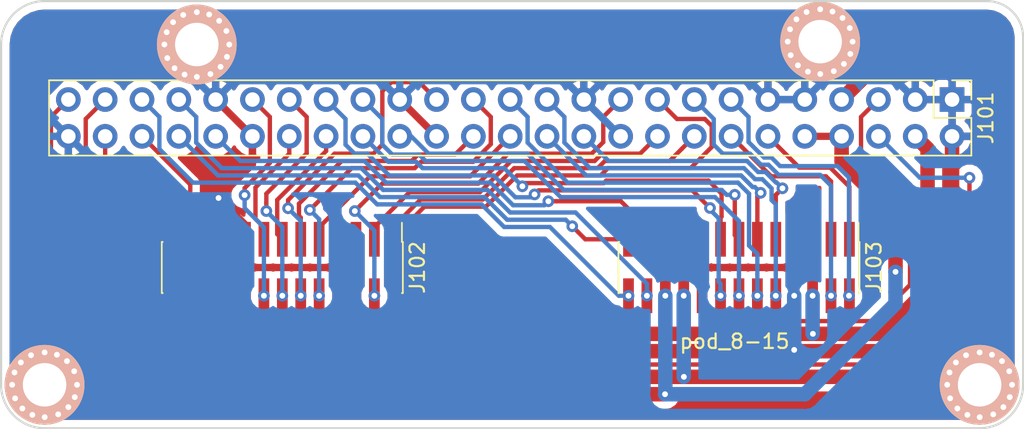
<source format=kicad_pcb>
(kicad_pcb (version 20171130) (host pcbnew 5.0.2-bee76a0~70~ubuntu18.04.1)

  (general
    (thickness 1.6)
    (drawings 8)
    (tracks 432)
    (zones 0)
    (modules 7)
    (nets 39)
  )

  (page A4)
  (layers
    (0 F.Cu signal)
    (31 B.Cu signal)
    (32 B.Adhes user)
    (33 F.Adhes user)
    (34 B.Paste user)
    (35 F.Paste user)
    (36 B.SilkS user)
    (37 F.SilkS user)
    (38 B.Mask user)
    (39 F.Mask user)
    (40 Dwgs.User user)
    (41 Cmts.User user)
    (42 Eco1.User user)
    (43 Eco2.User user)
    (44 Edge.Cuts user)
    (45 Margin user)
    (46 B.CrtYd user)
    (47 F.CrtYd user)
    (48 B.Fab user)
    (49 F.Fab user)
  )

  (setup
    (last_trace_width 1)
    (user_trace_width 0.3)
    (user_trace_width 0.5)
    (user_trace_width 1)
    (trace_clearance 0.2)
    (zone_clearance 0.508)
    (zone_45_only no)
    (trace_min 0.18)
    (segment_width 0.2)
    (edge_width 0.15)
    (via_size 0.8)
    (via_drill 0.4)
    (via_min_size 0.4)
    (via_min_drill 0.3)
    (user_via 0.6 0.3)
    (uvia_size 0.3)
    (uvia_drill 0.1)
    (uvias_allowed no)
    (uvia_min_size 0.2)
    (uvia_min_drill 0.1)
    (pcb_text_width 0.3)
    (pcb_text_size 1.5 1.5)
    (mod_edge_width 0.15)
    (mod_text_size 1 1)
    (mod_text_width 0.15)
    (pad_size 1.524 1.524)
    (pad_drill 0.762)
    (pad_to_mask_clearance 0.051)
    (solder_mask_min_width 0.25)
    (aux_axis_origin 0 0)
    (visible_elements FFFFFF7F)
    (pcbplotparams
      (layerselection 0x010fc_ffffffff)
      (usegerberextensions false)
      (usegerberattributes false)
      (usegerberadvancedattributes false)
      (creategerberjobfile false)
      (excludeedgelayer true)
      (linewidth 0.100000)
      (plotframeref false)
      (viasonmask false)
      (mode 1)
      (useauxorigin false)
      (hpglpennumber 1)
      (hpglpenspeed 20)
      (hpglpendiameter 15.000000)
      (psnegative false)
      (psa4output false)
      (plotreference true)
      (plotvalue true)
      (plotinvisibletext false)
      (padsonsilk false)
      (subtractmaskfromsilk false)
      (outputformat 1)
      (mirror false)
      (drillshape 1)
      (scaleselection 1)
      (outputdirectory ""))
  )

  (net 0 "")
  (net 1 GND)
  (net 2 -2V5)
  (net 3 Vref_8-15)
  (net 4 Vref_0-7)
  (net 5 +2V5)
  (net 6 +4V)
  (net 7 D8-)
  (net 8 D8+)
  (net 9 D9-)
  (net 10 D9+)
  (net 11 D0-)
  (net 12 D0+)
  (net 13 D1-)
  (net 14 D1+)
  (net 15 D10-)
  (net 16 D10+)
  (net 17 D11-)
  (net 18 D11+)
  (net 19 D2-)
  (net 20 D2+)
  (net 21 D3-)
  (net 22 D3+)
  (net 23 D12-)
  (net 24 D12+)
  (net 25 D13-)
  (net 26 D13+)
  (net 27 D4-)
  (net 28 D4+)
  (net 29 D5-)
  (net 30 D5+)
  (net 31 D14-)
  (net 32 D14+)
  (net 33 D15-)
  (net 34 D15+)
  (net 35 D6-)
  (net 36 D6+)
  (net 37 D7-)
  (net 38 D7+)

  (net_class Default "This is the default net class."
    (clearance 0.2)
    (trace_width 0.3)
    (via_dia 0.8)
    (via_drill 0.4)
    (uvia_dia 0.3)
    (uvia_drill 0.1)
    (add_net +2V5)
    (add_net +4V)
    (add_net -2V5)
    (add_net D0+)
    (add_net D0-)
    (add_net D1+)
    (add_net D1-)
    (add_net D10+)
    (add_net D10-)
    (add_net D11+)
    (add_net D11-)
    (add_net D12+)
    (add_net D12-)
    (add_net D13+)
    (add_net D13-)
    (add_net D14+)
    (add_net D14-)
    (add_net D15+)
    (add_net D15-)
    (add_net D2+)
    (add_net D2-)
    (add_net D3+)
    (add_net D3-)
    (add_net D4+)
    (add_net D4-)
    (add_net D5+)
    (add_net D5-)
    (add_net D6+)
    (add_net D6-)
    (add_net D7+)
    (add_net D7-)
    (add_net D8+)
    (add_net D8-)
    (add_net D9+)
    (add_net D9-)
    (add_net GND)
    (add_net Vref_0-7)
    (add_net Vref_8-15)
  )

  (module projectdir:3mm (layer F.Cu) (tedit 5B87CBA5) (tstamp 5C9066BC)
    (at 131 58.5)
    (path /5C547F3E)
    (fp_text reference J106 (at 0 1.2) (layer F.SilkS) hide
      (effects (font (size 1 1) (thickness 0.15)))
    )
    (fp_text value "3mm hole" (at 0.1 -1.5) (layer F.Fab) hide
      (effects (font (size 1 1) (thickness 0.15)))
    )
    (pad 1 thru_hole circle (at 0 0 90) (size 5.5 5.5) (drill 3) (layers *.Cu *.SilkS *.Mask)
      (net 1 GND) (zone_connect 2))
    (pad 1 thru_hole circle (at 2.24 0 90) (size 0.5 0.5) (drill 0.4) (layers *.Cu *.SilkS *.Mask)
      (net 1 GND) (zone_connect 2))
    (pad 1 thru_hole circle (at 0.94 2.04 90) (size 0.5 0.5) (drill 0.4) (layers *.Cu *.SilkS *.Mask)
      (net 1 GND) (zone_connect 2))
    (pad 1 thru_hole circle (at 2.08 0.85 90) (size 0.5 0.5) (drill 0.4) (layers *.Cu *.SilkS *.Mask)
      (net 1 GND) (zone_connect 2))
    (pad 1 thru_hole circle (at 1.64 1.54 90) (size 0.5 0.5) (drill 0.4) (layers *.Cu *.SilkS *.Mask)
      (net 1 GND) (zone_connect 2))
    (pad 1 thru_hole circle (at 0.002796 -2.23518 180) (size 0.5 0.5) (drill 0.4) (layers *.Cu *.SilkS *.Mask)
      (net 1 GND) (zone_connect 2))
    (pad 1 thru_hole circle (at 0.852796 -2.07518 180) (size 0.5 0.5) (drill 0.4) (layers *.Cu *.SilkS *.Mask)
      (net 1 GND) (zone_connect 2))
    (pad 1 thru_hole circle (at 1.542796 -1.63518 180) (size 0.5 0.5) (drill 0.4) (layers *.Cu *.SilkS *.Mask)
      (net 1 GND) (zone_connect 2))
    (pad 1 thru_hole circle (at 2.042796 -0.93518 180) (size 0.5 0.5) (drill 0.4) (layers *.Cu *.SilkS *.Mask)
      (net 1 GND) (zone_connect 2))
    (pad 1 thru_hole circle (at -2.23518 -0.002796 270) (size 0.5 0.5) (drill 0.4) (layers *.Cu *.SilkS *.Mask)
      (net 1 GND) (zone_connect 2))
    (pad 1 thru_hole circle (at -2.07518 -0.852796 270) (size 0.5 0.5) (drill 0.4) (layers *.Cu *.SilkS *.Mask)
      (net 1 GND) (zone_connect 2))
    (pad 1 thru_hole circle (at -1.63518 -1.542796 270) (size 0.5 0.5) (drill 0.4) (layers *.Cu *.SilkS *.Mask)
      (net 1 GND) (zone_connect 2))
    (pad 1 thru_hole circle (at -0.93518 -2.042796 270) (size 0.5 0.5) (drill 0.4) (layers *.Cu *.SilkS *.Mask)
      (net 1 GND) (zone_connect 2))
    (pad 1 thru_hole circle (at 0.007204 2.23518) (size 0.5 0.5) (drill 0.4) (layers *.Cu *.SilkS *.Mask)
      (net 1 GND) (zone_connect 2))
    (pad 1 thru_hole circle (at -0.842796 2.07518) (size 0.5 0.5) (drill 0.4) (layers *.Cu *.SilkS *.Mask)
      (net 1 GND) (zone_connect 2))
    (pad 1 thru_hole circle (at -1.532796 1.63518) (size 0.5 0.5) (drill 0.4) (layers *.Cu *.SilkS *.Mask)
      (net 1 GND) (zone_connect 2))
    (pad 1 thru_hole circle (at -2.032796 0.93518) (size 0.5 0.5) (drill 0.4) (layers *.Cu *.SilkS *.Mask)
      (net 1 GND) (zone_connect 2))
  )

  (module Connector_PinHeader_1.27mm:PinHeader_2x13_P1.27mm_Vertical_SMD (layer F.Cu) (tedit 59FED6E3) (tstamp 5C66F7E7)
    (at 82.9 50.4 270)
    (descr "surface-mounted straight pin header, 2x13, 1.27mm pitch, double rows")
    (tags "Surface mounted pin header SMD 2x13 1.27mm double row")
    (path /5C536BEA)
    (attr smd)
    (fp_text reference J102 (at 0 -9.315 270) (layer F.SilkS)
      (effects (font (size 1 1) (thickness 0.15)))
    )
    (fp_text value pod_0-7 (at 0 9.315 270) (layer F.Fab)
      (effects (font (size 1 1) (thickness 0.15)))
    )
    (fp_line (start 1.705 8.255) (end -1.705 8.255) (layer F.Fab) (width 0.1))
    (fp_line (start -1.27 -8.255) (end 1.705 -8.255) (layer F.Fab) (width 0.1))
    (fp_line (start -1.705 8.255) (end -1.705 -7.82) (layer F.Fab) (width 0.1))
    (fp_line (start -1.705 -7.82) (end -1.27 -8.255) (layer F.Fab) (width 0.1))
    (fp_line (start 1.705 -8.255) (end 1.705 8.255) (layer F.Fab) (width 0.1))
    (fp_line (start -1.705 -7.82) (end -2.75 -7.82) (layer F.Fab) (width 0.1))
    (fp_line (start -2.75 -7.82) (end -2.75 -7.42) (layer F.Fab) (width 0.1))
    (fp_line (start -2.75 -7.42) (end -1.705 -7.42) (layer F.Fab) (width 0.1))
    (fp_line (start 1.705 -7.82) (end 2.75 -7.82) (layer F.Fab) (width 0.1))
    (fp_line (start 2.75 -7.82) (end 2.75 -7.42) (layer F.Fab) (width 0.1))
    (fp_line (start 2.75 -7.42) (end 1.705 -7.42) (layer F.Fab) (width 0.1))
    (fp_line (start -1.705 -6.55) (end -2.75 -6.55) (layer F.Fab) (width 0.1))
    (fp_line (start -2.75 -6.55) (end -2.75 -6.15) (layer F.Fab) (width 0.1))
    (fp_line (start -2.75 -6.15) (end -1.705 -6.15) (layer F.Fab) (width 0.1))
    (fp_line (start 1.705 -6.55) (end 2.75 -6.55) (layer F.Fab) (width 0.1))
    (fp_line (start 2.75 -6.55) (end 2.75 -6.15) (layer F.Fab) (width 0.1))
    (fp_line (start 2.75 -6.15) (end 1.705 -6.15) (layer F.Fab) (width 0.1))
    (fp_line (start -1.705 -5.28) (end -2.75 -5.28) (layer F.Fab) (width 0.1))
    (fp_line (start -2.75 -5.28) (end -2.75 -4.88) (layer F.Fab) (width 0.1))
    (fp_line (start -2.75 -4.88) (end -1.705 -4.88) (layer F.Fab) (width 0.1))
    (fp_line (start 1.705 -5.28) (end 2.75 -5.28) (layer F.Fab) (width 0.1))
    (fp_line (start 2.75 -5.28) (end 2.75 -4.88) (layer F.Fab) (width 0.1))
    (fp_line (start 2.75 -4.88) (end 1.705 -4.88) (layer F.Fab) (width 0.1))
    (fp_line (start -1.705 -4.01) (end -2.75 -4.01) (layer F.Fab) (width 0.1))
    (fp_line (start -2.75 -4.01) (end -2.75 -3.61) (layer F.Fab) (width 0.1))
    (fp_line (start -2.75 -3.61) (end -1.705 -3.61) (layer F.Fab) (width 0.1))
    (fp_line (start 1.705 -4.01) (end 2.75 -4.01) (layer F.Fab) (width 0.1))
    (fp_line (start 2.75 -4.01) (end 2.75 -3.61) (layer F.Fab) (width 0.1))
    (fp_line (start 2.75 -3.61) (end 1.705 -3.61) (layer F.Fab) (width 0.1))
    (fp_line (start -1.705 -2.74) (end -2.75 -2.74) (layer F.Fab) (width 0.1))
    (fp_line (start -2.75 -2.74) (end -2.75 -2.34) (layer F.Fab) (width 0.1))
    (fp_line (start -2.75 -2.34) (end -1.705 -2.34) (layer F.Fab) (width 0.1))
    (fp_line (start 1.705 -2.74) (end 2.75 -2.74) (layer F.Fab) (width 0.1))
    (fp_line (start 2.75 -2.74) (end 2.75 -2.34) (layer F.Fab) (width 0.1))
    (fp_line (start 2.75 -2.34) (end 1.705 -2.34) (layer F.Fab) (width 0.1))
    (fp_line (start -1.705 -1.47) (end -2.75 -1.47) (layer F.Fab) (width 0.1))
    (fp_line (start -2.75 -1.47) (end -2.75 -1.07) (layer F.Fab) (width 0.1))
    (fp_line (start -2.75 -1.07) (end -1.705 -1.07) (layer F.Fab) (width 0.1))
    (fp_line (start 1.705 -1.47) (end 2.75 -1.47) (layer F.Fab) (width 0.1))
    (fp_line (start 2.75 -1.47) (end 2.75 -1.07) (layer F.Fab) (width 0.1))
    (fp_line (start 2.75 -1.07) (end 1.705 -1.07) (layer F.Fab) (width 0.1))
    (fp_line (start -1.705 -0.2) (end -2.75 -0.2) (layer F.Fab) (width 0.1))
    (fp_line (start -2.75 -0.2) (end -2.75 0.2) (layer F.Fab) (width 0.1))
    (fp_line (start -2.75 0.2) (end -1.705 0.2) (layer F.Fab) (width 0.1))
    (fp_line (start 1.705 -0.2) (end 2.75 -0.2) (layer F.Fab) (width 0.1))
    (fp_line (start 2.75 -0.2) (end 2.75 0.2) (layer F.Fab) (width 0.1))
    (fp_line (start 2.75 0.2) (end 1.705 0.2) (layer F.Fab) (width 0.1))
    (fp_line (start -1.705 1.07) (end -2.75 1.07) (layer F.Fab) (width 0.1))
    (fp_line (start -2.75 1.07) (end -2.75 1.47) (layer F.Fab) (width 0.1))
    (fp_line (start -2.75 1.47) (end -1.705 1.47) (layer F.Fab) (width 0.1))
    (fp_line (start 1.705 1.07) (end 2.75 1.07) (layer F.Fab) (width 0.1))
    (fp_line (start 2.75 1.07) (end 2.75 1.47) (layer F.Fab) (width 0.1))
    (fp_line (start 2.75 1.47) (end 1.705 1.47) (layer F.Fab) (width 0.1))
    (fp_line (start -1.705 2.34) (end -2.75 2.34) (layer F.Fab) (width 0.1))
    (fp_line (start -2.75 2.34) (end -2.75 2.74) (layer F.Fab) (width 0.1))
    (fp_line (start -2.75 2.74) (end -1.705 2.74) (layer F.Fab) (width 0.1))
    (fp_line (start 1.705 2.34) (end 2.75 2.34) (layer F.Fab) (width 0.1))
    (fp_line (start 2.75 2.34) (end 2.75 2.74) (layer F.Fab) (width 0.1))
    (fp_line (start 2.75 2.74) (end 1.705 2.74) (layer F.Fab) (width 0.1))
    (fp_line (start -1.705 3.61) (end -2.75 3.61) (layer F.Fab) (width 0.1))
    (fp_line (start -2.75 3.61) (end -2.75 4.01) (layer F.Fab) (width 0.1))
    (fp_line (start -2.75 4.01) (end -1.705 4.01) (layer F.Fab) (width 0.1))
    (fp_line (start 1.705 3.61) (end 2.75 3.61) (layer F.Fab) (width 0.1))
    (fp_line (start 2.75 3.61) (end 2.75 4.01) (layer F.Fab) (width 0.1))
    (fp_line (start 2.75 4.01) (end 1.705 4.01) (layer F.Fab) (width 0.1))
    (fp_line (start -1.705 4.88) (end -2.75 4.88) (layer F.Fab) (width 0.1))
    (fp_line (start -2.75 4.88) (end -2.75 5.28) (layer F.Fab) (width 0.1))
    (fp_line (start -2.75 5.28) (end -1.705 5.28) (layer F.Fab) (width 0.1))
    (fp_line (start 1.705 4.88) (end 2.75 4.88) (layer F.Fab) (width 0.1))
    (fp_line (start 2.75 4.88) (end 2.75 5.28) (layer F.Fab) (width 0.1))
    (fp_line (start 2.75 5.28) (end 1.705 5.28) (layer F.Fab) (width 0.1))
    (fp_line (start -1.705 6.15) (end -2.75 6.15) (layer F.Fab) (width 0.1))
    (fp_line (start -2.75 6.15) (end -2.75 6.55) (layer F.Fab) (width 0.1))
    (fp_line (start -2.75 6.55) (end -1.705 6.55) (layer F.Fab) (width 0.1))
    (fp_line (start 1.705 6.15) (end 2.75 6.15) (layer F.Fab) (width 0.1))
    (fp_line (start 2.75 6.15) (end 2.75 6.55) (layer F.Fab) (width 0.1))
    (fp_line (start 2.75 6.55) (end 1.705 6.55) (layer F.Fab) (width 0.1))
    (fp_line (start -1.705 7.42) (end -2.75 7.42) (layer F.Fab) (width 0.1))
    (fp_line (start -2.75 7.42) (end -2.75 7.82) (layer F.Fab) (width 0.1))
    (fp_line (start -2.75 7.82) (end -1.705 7.82) (layer F.Fab) (width 0.1))
    (fp_line (start 1.705 7.42) (end 2.75 7.42) (layer F.Fab) (width 0.1))
    (fp_line (start 2.75 7.42) (end 2.75 7.82) (layer F.Fab) (width 0.1))
    (fp_line (start 2.75 7.82) (end 1.705 7.82) (layer F.Fab) (width 0.1))
    (fp_line (start -1.765 -8.315) (end 1.765 -8.315) (layer F.SilkS) (width 0.12))
    (fp_line (start -1.765 8.315) (end 1.765 8.315) (layer F.SilkS) (width 0.12))
    (fp_line (start -3.09 -8.25) (end -1.765 -8.25) (layer F.SilkS) (width 0.12))
    (fp_line (start -1.765 -8.315) (end -1.765 -8.25) (layer F.SilkS) (width 0.12))
    (fp_line (start 1.765 -8.315) (end 1.765 -8.25) (layer F.SilkS) (width 0.12))
    (fp_line (start -1.765 8.25) (end -1.765 8.315) (layer F.SilkS) (width 0.12))
    (fp_line (start 1.765 8.25) (end 1.765 8.315) (layer F.SilkS) (width 0.12))
    (fp_line (start -4.3 -8.8) (end -4.3 8.8) (layer F.CrtYd) (width 0.05))
    (fp_line (start -4.3 8.8) (end 4.3 8.8) (layer F.CrtYd) (width 0.05))
    (fp_line (start 4.3 8.8) (end 4.3 -8.8) (layer F.CrtYd) (width 0.05))
    (fp_line (start 4.3 -8.8) (end -4.3 -8.8) (layer F.CrtYd) (width 0.05))
    (fp_text user %R (at 4.9 -7.2) (layer F.Fab)
      (effects (font (size 1 1) (thickness 0.15)))
    )
    (pad 1 smd rect (at -1.95 -7.62 270) (size 2.4 0.74) (layers F.Cu F.Paste F.Mask)
      (net 11 D0-))
    (pad 2 smd rect (at 1.95 -7.62 270) (size 2.4 0.74) (layers F.Cu F.Paste F.Mask)
      (net 12 D0+))
    (pad 3 smd rect (at -1.95 -6.35 270) (size 2.4 0.74) (layers F.Cu F.Paste F.Mask)
      (net 13 D1-))
    (pad 4 smd rect (at 1.95 -6.35 270) (size 2.4 0.74) (layers F.Cu F.Paste F.Mask)
      (net 14 D1+))
    (pad 5 smd rect (at -1.95 -5.08 270) (size 2.4 0.74) (layers F.Cu F.Paste F.Mask)
      (net 2 -2V5))
    (pad 6 smd rect (at 1.95 -5.08 270) (size 2.4 0.74) (layers F.Cu F.Paste F.Mask)
      (net 2 -2V5))
    (pad 7 smd rect (at -1.95 -3.81 270) (size 2.4 0.74) (layers F.Cu F.Paste F.Mask)
      (net 1 GND))
    (pad 8 smd rect (at 1.95 -3.81 270) (size 2.4 0.74) (layers F.Cu F.Paste F.Mask)
      (net 1 GND))
    (pad 9 smd rect (at -1.95 -2.54 270) (size 2.4 0.74) (layers F.Cu F.Paste F.Mask)
      (net 19 D2-))
    (pad 10 smd rect (at 1.95 -2.54 270) (size 2.4 0.74) (layers F.Cu F.Paste F.Mask)
      (net 20 D2+))
    (pad 11 smd rect (at -1.95 -1.27 270) (size 2.4 0.74) (layers F.Cu F.Paste F.Mask)
      (net 21 D3-))
    (pad 12 smd rect (at 1.95 -1.27 270) (size 2.4 0.74) (layers F.Cu F.Paste F.Mask)
      (net 22 D3+))
    (pad 13 smd rect (at -1.95 0 270) (size 2.4 0.74) (layers F.Cu F.Paste F.Mask)
      (net 27 D4-))
    (pad 14 smd rect (at 1.95 0 270) (size 2.4 0.74) (layers F.Cu F.Paste F.Mask)
      (net 28 D4+))
    (pad 15 smd rect (at -1.95 1.27 270) (size 2.4 0.74) (layers F.Cu F.Paste F.Mask)
      (net 29 D5-))
    (pad 16 smd rect (at 1.95 1.27 270) (size 2.4 0.74) (layers F.Cu F.Paste F.Mask)
      (net 30 D5+))
    (pad 17 smd rect (at -1.95 2.54 270) (size 2.4 0.74) (layers F.Cu F.Paste F.Mask)
      (net 1 GND))
    (pad 18 smd rect (at 1.95 2.54 270) (size 2.4 0.74) (layers F.Cu F.Paste F.Mask)
      (net 4 Vref_0-7))
    (pad 19 smd rect (at -1.95 3.81 270) (size 2.4 0.74) (layers F.Cu F.Paste F.Mask)
      (net 5 +2V5))
    (pad 20 smd rect (at 1.95 3.81 270) (size 2.4 0.74) (layers F.Cu F.Paste F.Mask)
      (net 5 +2V5))
    (pad 21 smd rect (at -1.95 5.08 270) (size 2.4 0.74) (layers F.Cu F.Paste F.Mask)
      (net 6 +4V))
    (pad 22 smd rect (at 1.95 5.08 270) (size 2.4 0.74) (layers F.Cu F.Paste F.Mask)
      (net 6 +4V))
    (pad 23 smd rect (at -1.95 6.35 270) (size 2.4 0.74) (layers F.Cu F.Paste F.Mask)
      (net 35 D6-))
    (pad 24 smd rect (at 1.95 6.35 270) (size 2.4 0.74) (layers F.Cu F.Paste F.Mask)
      (net 36 D6+))
    (pad 25 smd rect (at -1.95 7.62 270) (size 2.4 0.74) (layers F.Cu F.Paste F.Mask)
      (net 37 D7-))
    (pad 26 smd rect (at 1.95 7.62 270) (size 2.4 0.74) (layers F.Cu F.Paste F.Mask)
      (net 38 D7+))
    (model ${KISYS3DMOD}/Connector_PinHeader_1.27mm.3dshapes/PinHeader_2x13_P1.27mm_Vertical_SMD.wrl
      (at (xyz 0 0 0))
      (scale (xyz 1 1 1))
      (rotate (xyz 0 0 0))
    )
  )

  (module Connector_PinHeader_2.54mm:PinHeader_2x25_P2.54mm_Vertical (layer F.Cu) (tedit 59FED5CC) (tstamp 5C66F223)
    (at 129.1 38.8 270)
    (descr "Through hole straight pin header, 2x25, 2.54mm pitch, double rows")
    (tags "Through hole pin header THT 2x25 2.54mm double row")
    (path /5C3F96EF)
    (fp_text reference J101 (at 1.27 -2.33 270) (layer F.SilkS)
      (effects (font (size 1 1) (thickness 0.15)))
    )
    (fp_text value scope (at 1.27 63.29 270) (layer F.Fab)
      (effects (font (size 1 1) (thickness 0.15)))
    )
    (fp_line (start 0 -1.27) (end 3.81 -1.27) (layer F.Fab) (width 0.1))
    (fp_line (start 3.81 -1.27) (end 3.81 62.23) (layer F.Fab) (width 0.1))
    (fp_line (start 3.81 62.23) (end -1.27 62.23) (layer F.Fab) (width 0.1))
    (fp_line (start -1.27 62.23) (end -1.27 0) (layer F.Fab) (width 0.1))
    (fp_line (start -1.27 0) (end 0 -1.27) (layer F.Fab) (width 0.1))
    (fp_line (start -1.33 62.29) (end 3.87 62.29) (layer F.SilkS) (width 0.12))
    (fp_line (start -1.33 1.27) (end -1.33 62.29) (layer F.SilkS) (width 0.12))
    (fp_line (start 3.87 -1.33) (end 3.87 62.29) (layer F.SilkS) (width 0.12))
    (fp_line (start -1.33 1.27) (end 1.27 1.27) (layer F.SilkS) (width 0.12))
    (fp_line (start 1.27 1.27) (end 1.27 -1.33) (layer F.SilkS) (width 0.12))
    (fp_line (start 1.27 -1.33) (end 3.87 -1.33) (layer F.SilkS) (width 0.12))
    (fp_line (start -1.33 0) (end -1.33 -1.33) (layer F.SilkS) (width 0.12))
    (fp_line (start -1.33 -1.33) (end 0 -1.33) (layer F.SilkS) (width 0.12))
    (fp_line (start -1.8 -1.8) (end -1.8 62.75) (layer F.CrtYd) (width 0.05))
    (fp_line (start -1.8 62.75) (end 4.35 62.75) (layer F.CrtYd) (width 0.05))
    (fp_line (start 4.35 62.75) (end 4.35 -1.8) (layer F.CrtYd) (width 0.05))
    (fp_line (start 4.35 -1.8) (end -1.8 -1.8) (layer F.CrtYd) (width 0.05))
    (fp_text user %R (at -2.6 -0.6 180) (layer F.Fab)
      (effects (font (size 1 1) (thickness 0.15)))
    )
    (pad 1 thru_hole rect (at 0 0 270) (size 1.7 1.7) (drill 1) (layers *.Cu *.Mask)
      (net 1 GND))
    (pad 2 thru_hole oval (at 2.54 0 270) (size 1.7 1.7) (drill 1) (layers *.Cu *.Mask)
      (net 1 GND))
    (pad 3 thru_hole oval (at 0 2.54 270) (size 1.7 1.7) (drill 1) (layers *.Cu *.Mask)
      (net 1 GND))
    (pad 4 thru_hole oval (at 2.54 2.54 270) (size 1.7 1.7) (drill 1) (layers *.Cu *.Mask)
      (net 2 -2V5))
    (pad 5 thru_hole oval (at 0 5.08 270) (size 1.7 1.7) (drill 1) (layers *.Cu *.Mask)
      (net 3 Vref_8-15))
    (pad 6 thru_hole oval (at 2.54 5.08 270) (size 1.7 1.7) (drill 1) (layers *.Cu *.Mask)
      (net 4 Vref_0-7))
    (pad 7 thru_hole oval (at 0 7.62 270) (size 1.7 1.7) (drill 1) (layers *.Cu *.Mask)
      (net 5 +2V5))
    (pad 8 thru_hole oval (at 2.54 7.62 270) (size 1.7 1.7) (drill 1) (layers *.Cu *.Mask)
      (net 6 +4V))
    (pad 9 thru_hole oval (at 0 10.16 270) (size 1.7 1.7) (drill 1) (layers *.Cu *.Mask)
      (net 1 GND))
    (pad 10 thru_hole oval (at 2.54 10.16 270) (size 1.7 1.7) (drill 1) (layers *.Cu *.Mask)
      (net 6 +4V))
    (pad 11 thru_hole oval (at 0 12.7 270) (size 1.7 1.7) (drill 1) (layers *.Cu *.Mask)
      (net 1 GND))
    (pad 12 thru_hole oval (at 2.54 12.7 270) (size 1.7 1.7) (drill 1) (layers *.Cu *.Mask)
      (net 7 D8-))
    (pad 13 thru_hole oval (at 0 15.24 270) (size 1.7 1.7) (drill 1) (layers *.Cu *.Mask)
      (net 8 D8+))
    (pad 14 thru_hole oval (at 2.54 15.24 270) (size 1.7 1.7) (drill 1) (layers *.Cu *.Mask)
      (net 9 D9-))
    (pad 15 thru_hole oval (at 0 17.78 270) (size 1.7 1.7) (drill 1) (layers *.Cu *.Mask)
      (net 10 D9+))
    (pad 16 thru_hole oval (at 2.54 17.78 270) (size 1.7 1.7) (drill 1) (layers *.Cu *.Mask)
      (net 11 D0-))
    (pad 17 thru_hole oval (at 0 20.32 270) (size 1.7 1.7) (drill 1) (layers *.Cu *.Mask)
      (net 12 D0+))
    (pad 18 thru_hole oval (at 2.54 20.32 270) (size 1.7 1.7) (drill 1) (layers *.Cu *.Mask)
      (net 13 D1-))
    (pad 19 thru_hole oval (at 0 22.86 270) (size 1.7 1.7) (drill 1) (layers *.Cu *.Mask)
      (net 14 D1+))
    (pad 20 thru_hole oval (at 2.54 22.86 270) (size 1.7 1.7) (drill 1) (layers *.Cu *.Mask)
      (net 1 GND))
    (pad 21 thru_hole oval (at 0 25.4 270) (size 1.7 1.7) (drill 1) (layers *.Cu *.Mask)
      (net 1 GND))
    (pad 22 thru_hole oval (at 2.54 25.4 270) (size 1.7 1.7) (drill 1) (layers *.Cu *.Mask)
      (net 15 D10-))
    (pad 23 thru_hole oval (at 0 27.94 270) (size 1.7 1.7) (drill 1) (layers *.Cu *.Mask)
      (net 16 D10+))
    (pad 24 thru_hole oval (at 2.54 27.94 270) (size 1.7 1.7) (drill 1) (layers *.Cu *.Mask)
      (net 17 D11-))
    (pad 25 thru_hole oval (at 0 30.48 270) (size 1.7 1.7) (drill 1) (layers *.Cu *.Mask)
      (net 18 D11+))
    (pad 26 thru_hole oval (at 2.54 30.48 270) (size 1.7 1.7) (drill 1) (layers *.Cu *.Mask)
      (net 19 D2-))
    (pad 27 thru_hole oval (at 0 33.02 270) (size 1.7 1.7) (drill 1) (layers *.Cu *.Mask)
      (net 20 D2+))
    (pad 28 thru_hole oval (at 2.54 33.02 270) (size 1.7 1.7) (drill 1) (layers *.Cu *.Mask)
      (net 21 D3-))
    (pad 29 thru_hole oval (at 0 35.56 270) (size 1.7 1.7) (drill 1) (layers *.Cu *.Mask)
      (net 22 D3+))
    (pad 30 thru_hole oval (at 2.54 35.56 270) (size 1.7 1.7) (drill 1) (layers *.Cu *.Mask)
      (net 1 GND))
    (pad 31 thru_hole oval (at 0 38.1 270) (size 1.7 1.7) (drill 1) (layers *.Cu *.Mask)
      (net 1 GND))
    (pad 32 thru_hole oval (at 2.54 38.1 270) (size 1.7 1.7) (drill 1) (layers *.Cu *.Mask)
      (net 23 D12-))
    (pad 33 thru_hole oval (at 0 40.64 270) (size 1.7 1.7) (drill 1) (layers *.Cu *.Mask)
      (net 24 D12+))
    (pad 34 thru_hole oval (at 2.54 40.64 270) (size 1.7 1.7) (drill 1) (layers *.Cu *.Mask)
      (net 25 D13-))
    (pad 35 thru_hole oval (at 0 43.18 270) (size 1.7 1.7) (drill 1) (layers *.Cu *.Mask)
      (net 26 D13+))
    (pad 36 thru_hole oval (at 2.54 43.18 270) (size 1.7 1.7) (drill 1) (layers *.Cu *.Mask)
      (net 27 D4-))
    (pad 37 thru_hole oval (at 0 45.72 270) (size 1.7 1.7) (drill 1) (layers *.Cu *.Mask)
      (net 28 D4+))
    (pad 38 thru_hole oval (at 2.54 45.72 270) (size 1.7 1.7) (drill 1) (layers *.Cu *.Mask)
      (net 29 D5-))
    (pad 39 thru_hole oval (at 0 48.26 270) (size 1.7 1.7) (drill 1) (layers *.Cu *.Mask)
      (net 30 D5+))
    (pad 40 thru_hole oval (at 2.54 48.26 270) (size 1.7 1.7) (drill 1) (layers *.Cu *.Mask)
      (net 1 GND))
    (pad 41 thru_hole oval (at 0 50.8 270) (size 1.7 1.7) (drill 1) (layers *.Cu *.Mask)
      (net 1 GND))
    (pad 42 thru_hole oval (at 2.54 50.8 270) (size 1.7 1.7) (drill 1) (layers *.Cu *.Mask)
      (net 31 D14-))
    (pad 43 thru_hole oval (at 0 53.34 270) (size 1.7 1.7) (drill 1) (layers *.Cu *.Mask)
      (net 32 D14+))
    (pad 44 thru_hole oval (at 2.54 53.34 270) (size 1.7 1.7) (drill 1) (layers *.Cu *.Mask)
      (net 33 D15-))
    (pad 45 thru_hole oval (at 0 55.88 270) (size 1.7 1.7) (drill 1) (layers *.Cu *.Mask)
      (net 34 D15+))
    (pad 46 thru_hole oval (at 2.54 55.88 270) (size 1.7 1.7) (drill 1) (layers *.Cu *.Mask)
      (net 35 D6-))
    (pad 47 thru_hole oval (at 0 58.42 270) (size 1.7 1.7) (drill 1) (layers *.Cu *.Mask)
      (net 36 D6+))
    (pad 48 thru_hole oval (at 2.54 58.42 270) (size 1.7 1.7) (drill 1) (layers *.Cu *.Mask)
      (net 37 D7-))
    (pad 49 thru_hole oval (at 0 60.96 270) (size 1.7 1.7) (drill 1) (layers *.Cu *.Mask)
      (net 38 D7+))
    (pad 50 thru_hole oval (at 2.54 60.96 270) (size 1.7 1.7) (drill 1) (layers *.Cu *.Mask)
      (net 1 GND))
    (model ${KISYS3DMOD}/Connector_PinHeader_2.54mm.3dshapes/PinHeader_2x25_P2.54mm_Vertical.wrl
      (at (xyz 0 0 0))
      (scale (xyz 1 1 1))
      (rotate (xyz 0 0 0))
    )
  )

  (module Connector_PinHeader_1.27mm:PinHeader_2x13_P1.27mm_Vertical_SMD (layer F.Cu) (tedit 5C509CD9) (tstamp 5C66F31D)
    (at 114.4 50.4 270)
    (descr "surface-mounted straight pin header, 2x13, 1.27mm pitch, double rows")
    (tags "Surface mounted pin header SMD 2x13 1.27mm double row")
    (path /5C50B119)
    (attr smd)
    (fp_text reference J103 (at 0 -9.315 270) (layer F.SilkS)
      (effects (font (size 1 1) (thickness 0.15)))
    )
    (fp_text value pod_8-15 (at 5.1 0.3) (layer F.SilkS)
      (effects (font (size 1 1) (thickness 0.15)))
    )
    (fp_text user %R (at 4.9 -7.2) (layer F.Fab)
      (effects (font (size 1 1) (thickness 0.15)))
    )
    (fp_line (start 4.3 -8.8) (end -4.3 -8.8) (layer F.CrtYd) (width 0.05))
    (fp_line (start 4.3 8.8) (end 4.3 -8.8) (layer F.CrtYd) (width 0.05))
    (fp_line (start -4.3 8.8) (end 4.3 8.8) (layer F.CrtYd) (width 0.05))
    (fp_line (start -4.3 -8.8) (end -4.3 8.8) (layer F.CrtYd) (width 0.05))
    (fp_line (start 1.765 8.25) (end 1.765 8.315) (layer F.SilkS) (width 0.12))
    (fp_line (start -1.765 8.25) (end -1.765 8.315) (layer F.SilkS) (width 0.12))
    (fp_line (start 1.765 -8.315) (end 1.765 -8.25) (layer F.SilkS) (width 0.12))
    (fp_line (start -1.765 -8.315) (end -1.765 -8.25) (layer F.SilkS) (width 0.12))
    (fp_line (start -3.09 -8.25) (end -1.765 -8.25) (layer F.SilkS) (width 0.12))
    (fp_line (start -1.765 8.315) (end 1.765 8.315) (layer F.SilkS) (width 0.12))
    (fp_line (start -1.765 -8.315) (end 1.765 -8.315) (layer F.SilkS) (width 0.12))
    (fp_line (start 2.75 7.82) (end 1.705 7.82) (layer F.Fab) (width 0.1))
    (fp_line (start 2.75 7.42) (end 2.75 7.82) (layer F.Fab) (width 0.1))
    (fp_line (start 1.705 7.42) (end 2.75 7.42) (layer F.Fab) (width 0.1))
    (fp_line (start -2.75 7.82) (end -1.705 7.82) (layer F.Fab) (width 0.1))
    (fp_line (start -2.75 7.42) (end -2.75 7.82) (layer F.Fab) (width 0.1))
    (fp_line (start -1.705 7.42) (end -2.75 7.42) (layer F.Fab) (width 0.1))
    (fp_line (start 2.75 6.55) (end 1.705 6.55) (layer F.Fab) (width 0.1))
    (fp_line (start 2.75 6.15) (end 2.75 6.55) (layer F.Fab) (width 0.1))
    (fp_line (start 1.705 6.15) (end 2.75 6.15) (layer F.Fab) (width 0.1))
    (fp_line (start -2.75 6.55) (end -1.705 6.55) (layer F.Fab) (width 0.1))
    (fp_line (start -2.75 6.15) (end -2.75 6.55) (layer F.Fab) (width 0.1))
    (fp_line (start -1.705 6.15) (end -2.75 6.15) (layer F.Fab) (width 0.1))
    (fp_line (start 2.75 5.28) (end 1.705 5.28) (layer F.Fab) (width 0.1))
    (fp_line (start 2.75 4.88) (end 2.75 5.28) (layer F.Fab) (width 0.1))
    (fp_line (start 1.705 4.88) (end 2.75 4.88) (layer F.Fab) (width 0.1))
    (fp_line (start -2.75 5.28) (end -1.705 5.28) (layer F.Fab) (width 0.1))
    (fp_line (start -2.75 4.88) (end -2.75 5.28) (layer F.Fab) (width 0.1))
    (fp_line (start -1.705 4.88) (end -2.75 4.88) (layer F.Fab) (width 0.1))
    (fp_line (start 2.75 4.01) (end 1.705 4.01) (layer F.Fab) (width 0.1))
    (fp_line (start 2.75 3.61) (end 2.75 4.01) (layer F.Fab) (width 0.1))
    (fp_line (start 1.705 3.61) (end 2.75 3.61) (layer F.Fab) (width 0.1))
    (fp_line (start -2.75 4.01) (end -1.705 4.01) (layer F.Fab) (width 0.1))
    (fp_line (start -2.75 3.61) (end -2.75 4.01) (layer F.Fab) (width 0.1))
    (fp_line (start -1.705 3.61) (end -2.75 3.61) (layer F.Fab) (width 0.1))
    (fp_line (start 2.75 2.74) (end 1.705 2.74) (layer F.Fab) (width 0.1))
    (fp_line (start 2.75 2.34) (end 2.75 2.74) (layer F.Fab) (width 0.1))
    (fp_line (start 1.705 2.34) (end 2.75 2.34) (layer F.Fab) (width 0.1))
    (fp_line (start -2.75 2.74) (end -1.705 2.74) (layer F.Fab) (width 0.1))
    (fp_line (start -2.75 2.34) (end -2.75 2.74) (layer F.Fab) (width 0.1))
    (fp_line (start -1.705 2.34) (end -2.75 2.34) (layer F.Fab) (width 0.1))
    (fp_line (start 2.75 1.47) (end 1.705 1.47) (layer F.Fab) (width 0.1))
    (fp_line (start 2.75 1.07) (end 2.75 1.47) (layer F.Fab) (width 0.1))
    (fp_line (start 1.705 1.07) (end 2.75 1.07) (layer F.Fab) (width 0.1))
    (fp_line (start -2.75 1.47) (end -1.705 1.47) (layer F.Fab) (width 0.1))
    (fp_line (start -2.75 1.07) (end -2.75 1.47) (layer F.Fab) (width 0.1))
    (fp_line (start -1.705 1.07) (end -2.75 1.07) (layer F.Fab) (width 0.1))
    (fp_line (start 2.75 0.2) (end 1.705 0.2) (layer F.Fab) (width 0.1))
    (fp_line (start 2.75 -0.2) (end 2.75 0.2) (layer F.Fab) (width 0.1))
    (fp_line (start 1.705 -0.2) (end 2.75 -0.2) (layer F.Fab) (width 0.1))
    (fp_line (start -2.75 0.2) (end -1.705 0.2) (layer F.Fab) (width 0.1))
    (fp_line (start -2.75 -0.2) (end -2.75 0.2) (layer F.Fab) (width 0.1))
    (fp_line (start -1.705 -0.2) (end -2.75 -0.2) (layer F.Fab) (width 0.1))
    (fp_line (start 2.75 -1.07) (end 1.705 -1.07) (layer F.Fab) (width 0.1))
    (fp_line (start 2.75 -1.47) (end 2.75 -1.07) (layer F.Fab) (width 0.1))
    (fp_line (start 1.705 -1.47) (end 2.75 -1.47) (layer F.Fab) (width 0.1))
    (fp_line (start -2.75 -1.07) (end -1.705 -1.07) (layer F.Fab) (width 0.1))
    (fp_line (start -2.75 -1.47) (end -2.75 -1.07) (layer F.Fab) (width 0.1))
    (fp_line (start -1.705 -1.47) (end -2.75 -1.47) (layer F.Fab) (width 0.1))
    (fp_line (start 2.75 -2.34) (end 1.705 -2.34) (layer F.Fab) (width 0.1))
    (fp_line (start 2.75 -2.74) (end 2.75 -2.34) (layer F.Fab) (width 0.1))
    (fp_line (start 1.705 -2.74) (end 2.75 -2.74) (layer F.Fab) (width 0.1))
    (fp_line (start -2.75 -2.34) (end -1.705 -2.34) (layer F.Fab) (width 0.1))
    (fp_line (start -2.75 -2.74) (end -2.75 -2.34) (layer F.Fab) (width 0.1))
    (fp_line (start -1.705 -2.74) (end -2.75 -2.74) (layer F.Fab) (width 0.1))
    (fp_line (start 2.75 -3.61) (end 1.705 -3.61) (layer F.Fab) (width 0.1))
    (fp_line (start 2.75 -4.01) (end 2.75 -3.61) (layer F.Fab) (width 0.1))
    (fp_line (start 1.705 -4.01) (end 2.75 -4.01) (layer F.Fab) (width 0.1))
    (fp_line (start -2.75 -3.61) (end -1.705 -3.61) (layer F.Fab) (width 0.1))
    (fp_line (start -2.75 -4.01) (end -2.75 -3.61) (layer F.Fab) (width 0.1))
    (fp_line (start -1.705 -4.01) (end -2.75 -4.01) (layer F.Fab) (width 0.1))
    (fp_line (start 2.75 -4.88) (end 1.705 -4.88) (layer F.Fab) (width 0.1))
    (fp_line (start 2.75 -5.28) (end 2.75 -4.88) (layer F.Fab) (width 0.1))
    (fp_line (start 1.705 -5.28) (end 2.75 -5.28) (layer F.Fab) (width 0.1))
    (fp_line (start -2.75 -4.88) (end -1.705 -4.88) (layer F.Fab) (width 0.1))
    (fp_line (start -2.75 -5.28) (end -2.75 -4.88) (layer F.Fab) (width 0.1))
    (fp_line (start -1.705 -5.28) (end -2.75 -5.28) (layer F.Fab) (width 0.1))
    (fp_line (start 2.75 -6.15) (end 1.705 -6.15) (layer F.Fab) (width 0.1))
    (fp_line (start 2.75 -6.55) (end 2.75 -6.15) (layer F.Fab) (width 0.1))
    (fp_line (start 1.705 -6.55) (end 2.75 -6.55) (layer F.Fab) (width 0.1))
    (fp_line (start -2.75 -6.15) (end -1.705 -6.15) (layer F.Fab) (width 0.1))
    (fp_line (start -2.75 -6.55) (end -2.75 -6.15) (layer F.Fab) (width 0.1))
    (fp_line (start -1.705 -6.55) (end -2.75 -6.55) (layer F.Fab) (width 0.1))
    (fp_line (start 2.75 -7.42) (end 1.705 -7.42) (layer F.Fab) (width 0.1))
    (fp_line (start 2.75 -7.82) (end 2.75 -7.42) (layer F.Fab) (width 0.1))
    (fp_line (start 1.705 -7.82) (end 2.75 -7.82) (layer F.Fab) (width 0.1))
    (fp_line (start -2.75 -7.42) (end -1.705 -7.42) (layer F.Fab) (width 0.1))
    (fp_line (start -2.75 -7.82) (end -2.75 -7.42) (layer F.Fab) (width 0.1))
    (fp_line (start -1.705 -7.82) (end -2.75 -7.82) (layer F.Fab) (width 0.1))
    (fp_line (start 1.705 -8.255) (end 1.705 8.255) (layer F.Fab) (width 0.1))
    (fp_line (start -1.705 -7.82) (end -1.27 -8.255) (layer F.Fab) (width 0.1))
    (fp_line (start -1.705 8.255) (end -1.705 -7.82) (layer F.Fab) (width 0.1))
    (fp_line (start -1.27 -8.255) (end 1.705 -8.255) (layer F.Fab) (width 0.1))
    (fp_line (start 1.705 8.255) (end -1.705 8.255) (layer F.Fab) (width 0.1))
    (pad 26 smd rect (at 1.95 7.62 270) (size 2.4 0.74) (layers F.Cu F.Paste F.Mask)
      (net 34 D15+))
    (pad 25 smd rect (at -1.95 7.62 270) (size 2.4 0.74) (layers F.Cu F.Paste F.Mask)
      (net 33 D15-))
    (pad 24 smd rect (at 1.95 6.35 270) (size 2.4 0.74) (layers F.Cu F.Paste F.Mask)
      (net 32 D14+))
    (pad 23 smd rect (at -1.95 6.35 270) (size 2.4 0.74) (layers F.Cu F.Paste F.Mask)
      (net 31 D14-))
    (pad 22 smd rect (at 1.95 5.08 270) (size 2.4 0.74) (layers F.Cu F.Paste F.Mask)
      (net 6 +4V))
    (pad 21 smd rect (at -1.95 5.08 270) (size 2.4 0.74) (layers F.Cu F.Paste F.Mask)
      (net 6 +4V))
    (pad 20 smd rect (at 1.95 3.81 270) (size 2.4 0.74) (layers F.Cu F.Paste F.Mask)
      (net 5 +2V5))
    (pad 19 smd rect (at -1.95 3.81 270) (size 2.4 0.74) (layers F.Cu F.Paste F.Mask)
      (net 5 +2V5))
    (pad 18 smd rect (at 1.95 2.54 270) (size 2.4 0.74) (layers F.Cu F.Paste F.Mask)
      (net 3 Vref_8-15))
    (pad 17 smd rect (at -1.95 2.54 270) (size 2.4 0.74) (layers F.Cu F.Paste F.Mask)
      (net 1 GND))
    (pad 16 smd rect (at 1.95 1.27 270) (size 2.4 0.74) (layers F.Cu F.Paste F.Mask)
      (net 26 D13+))
    (pad 15 smd rect (at -1.95 1.27 270) (size 2.4 0.74) (layers F.Cu F.Paste F.Mask)
      (net 25 D13-))
    (pad 14 smd rect (at 1.95 0 270) (size 2.4 0.74) (layers F.Cu F.Paste F.Mask)
      (net 24 D12+))
    (pad 13 smd rect (at -1.95 0 270) (size 2.4 0.74) (layers F.Cu F.Paste F.Mask)
      (net 23 D12-))
    (pad 12 smd rect (at 1.95 -1.27 270) (size 2.4 0.74) (layers F.Cu F.Paste F.Mask)
      (net 18 D11+))
    (pad 11 smd rect (at -1.95 -1.27 270) (size 2.4 0.74) (layers F.Cu F.Paste F.Mask)
      (net 17 D11-))
    (pad 10 smd rect (at 1.95 -2.54 270) (size 2.4 0.74) (layers F.Cu F.Paste F.Mask)
      (net 16 D10+))
    (pad 9 smd rect (at -1.95 -2.54 270) (size 2.4 0.74) (layers F.Cu F.Paste F.Mask)
      (net 15 D10-))
    (pad 8 smd rect (at 1.95 -3.81 270) (size 2.4 0.74) (layers F.Cu F.Paste F.Mask)
      (net 1 GND))
    (pad 7 smd rect (at -1.95 -3.81 270) (size 2.4 0.74) (layers F.Cu F.Paste F.Mask)
      (net 1 GND))
    (pad 6 smd rect (at 1.95 -5.08 270) (size 2.4 0.74) (layers F.Cu F.Paste F.Mask)
      (net 2 -2V5))
    (pad 5 smd rect (at -1.95 -5.08 270) (size 2.4 0.74) (layers F.Cu F.Paste F.Mask)
      (net 2 -2V5))
    (pad 4 smd rect (at 1.95 -6.35 270) (size 2.4 0.74) (layers F.Cu F.Paste F.Mask)
      (net 10 D9+))
    (pad 3 smd rect (at -1.95 -6.35 270) (size 2.4 0.74) (layers F.Cu F.Paste F.Mask)
      (net 9 D9-))
    (pad 2 smd rect (at 1.95 -7.62 270) (size 2.4 0.74) (layers F.Cu F.Paste F.Mask)
      (net 8 D8+))
    (pad 1 smd rect (at -1.95 -7.62 270) (size 2.4 0.74) (layers F.Cu F.Paste F.Mask)
      (net 7 D8-))
    (model ${KISYS3DMOD}/Connector_PinHeader_1.27mm.3dshapes/PinHeader_2x13_P1.27mm_Vertical_SMD.wrl
      (at (xyz 0 0 0))
      (scale (xyz 1 1 1))
      (rotate (xyz 0 0 0))
    )
  )

  (module projectdir:3mm (layer F.Cu) (tedit 5B87CBA5) (tstamp 5C906692)
    (at 77 35)
    (path /5C56E4DD)
    (fp_text reference J104 (at 0 1.2) (layer F.SilkS) hide
      (effects (font (size 1 1) (thickness 0.15)))
    )
    (fp_text value "3mm hole" (at 0.1 -1.5) (layer F.Fab) hide
      (effects (font (size 1 1) (thickness 0.15)))
    )
    (pad 1 thru_hole circle (at 0 0 90) (size 5.5 5.5) (drill 3) (layers *.Cu *.SilkS *.Mask)
      (net 1 GND) (zone_connect 2))
    (pad 1 thru_hole circle (at 2.24 0 90) (size 0.5 0.5) (drill 0.4) (layers *.Cu *.SilkS *.Mask)
      (net 1 GND) (zone_connect 2))
    (pad 1 thru_hole circle (at 0.94 2.04 90) (size 0.5 0.5) (drill 0.4) (layers *.Cu *.SilkS *.Mask)
      (net 1 GND) (zone_connect 2))
    (pad 1 thru_hole circle (at 2.08 0.85 90) (size 0.5 0.5) (drill 0.4) (layers *.Cu *.SilkS *.Mask)
      (net 1 GND) (zone_connect 2))
    (pad 1 thru_hole circle (at 1.64 1.54 90) (size 0.5 0.5) (drill 0.4) (layers *.Cu *.SilkS *.Mask)
      (net 1 GND) (zone_connect 2))
    (pad 1 thru_hole circle (at 0.002796 -2.23518 180) (size 0.5 0.5) (drill 0.4) (layers *.Cu *.SilkS *.Mask)
      (net 1 GND) (zone_connect 2))
    (pad 1 thru_hole circle (at 0.852796 -2.07518 180) (size 0.5 0.5) (drill 0.4) (layers *.Cu *.SilkS *.Mask)
      (net 1 GND) (zone_connect 2))
    (pad 1 thru_hole circle (at 1.542796 -1.63518 180) (size 0.5 0.5) (drill 0.4) (layers *.Cu *.SilkS *.Mask)
      (net 1 GND) (zone_connect 2))
    (pad 1 thru_hole circle (at 2.042796 -0.93518 180) (size 0.5 0.5) (drill 0.4) (layers *.Cu *.SilkS *.Mask)
      (net 1 GND) (zone_connect 2))
    (pad 1 thru_hole circle (at -2.23518 -0.002796 270) (size 0.5 0.5) (drill 0.4) (layers *.Cu *.SilkS *.Mask)
      (net 1 GND) (zone_connect 2))
    (pad 1 thru_hole circle (at -2.07518 -0.852796 270) (size 0.5 0.5) (drill 0.4) (layers *.Cu *.SilkS *.Mask)
      (net 1 GND) (zone_connect 2))
    (pad 1 thru_hole circle (at -1.63518 -1.542796 270) (size 0.5 0.5) (drill 0.4) (layers *.Cu *.SilkS *.Mask)
      (net 1 GND) (zone_connect 2))
    (pad 1 thru_hole circle (at -0.93518 -2.042796 270) (size 0.5 0.5) (drill 0.4) (layers *.Cu *.SilkS *.Mask)
      (net 1 GND) (zone_connect 2))
    (pad 1 thru_hole circle (at 0.007204 2.23518) (size 0.5 0.5) (drill 0.4) (layers *.Cu *.SilkS *.Mask)
      (net 1 GND) (zone_connect 2))
    (pad 1 thru_hole circle (at -0.842796 2.07518) (size 0.5 0.5) (drill 0.4) (layers *.Cu *.SilkS *.Mask)
      (net 1 GND) (zone_connect 2))
    (pad 1 thru_hole circle (at -1.532796 1.63518) (size 0.5 0.5) (drill 0.4) (layers *.Cu *.SilkS *.Mask)
      (net 1 GND) (zone_connect 2))
    (pad 1 thru_hole circle (at -2.032796 0.93518) (size 0.5 0.5) (drill 0.4) (layers *.Cu *.SilkS *.Mask)
      (net 1 GND) (zone_connect 2))
  )

  (module projectdir:3mm (layer F.Cu) (tedit 5B87CBA5) (tstamp 5C9066A7)
    (at 120 34.8)
    (path /5C56E4EA)
    (fp_text reference J105 (at 0 1.2) (layer F.SilkS) hide
      (effects (font (size 1 1) (thickness 0.15)))
    )
    (fp_text value "3mm hole" (at 0.1 -1.5) (layer F.Fab) hide
      (effects (font (size 1 1) (thickness 0.15)))
    )
    (pad 1 thru_hole circle (at -2.032796 0.93518) (size 0.5 0.5) (drill 0.4) (layers *.Cu *.SilkS *.Mask)
      (net 1 GND) (zone_connect 2))
    (pad 1 thru_hole circle (at -1.532796 1.63518) (size 0.5 0.5) (drill 0.4) (layers *.Cu *.SilkS *.Mask)
      (net 1 GND) (zone_connect 2))
    (pad 1 thru_hole circle (at -0.842796 2.07518) (size 0.5 0.5) (drill 0.4) (layers *.Cu *.SilkS *.Mask)
      (net 1 GND) (zone_connect 2))
    (pad 1 thru_hole circle (at 0.007204 2.23518) (size 0.5 0.5) (drill 0.4) (layers *.Cu *.SilkS *.Mask)
      (net 1 GND) (zone_connect 2))
    (pad 1 thru_hole circle (at -0.93518 -2.042796 270) (size 0.5 0.5) (drill 0.4) (layers *.Cu *.SilkS *.Mask)
      (net 1 GND) (zone_connect 2))
    (pad 1 thru_hole circle (at -1.63518 -1.542796 270) (size 0.5 0.5) (drill 0.4) (layers *.Cu *.SilkS *.Mask)
      (net 1 GND) (zone_connect 2))
    (pad 1 thru_hole circle (at -2.07518 -0.852796 270) (size 0.5 0.5) (drill 0.4) (layers *.Cu *.SilkS *.Mask)
      (net 1 GND) (zone_connect 2))
    (pad 1 thru_hole circle (at -2.23518 -0.002796 270) (size 0.5 0.5) (drill 0.4) (layers *.Cu *.SilkS *.Mask)
      (net 1 GND) (zone_connect 2))
    (pad 1 thru_hole circle (at 2.042796 -0.93518 180) (size 0.5 0.5) (drill 0.4) (layers *.Cu *.SilkS *.Mask)
      (net 1 GND) (zone_connect 2))
    (pad 1 thru_hole circle (at 1.542796 -1.63518 180) (size 0.5 0.5) (drill 0.4) (layers *.Cu *.SilkS *.Mask)
      (net 1 GND) (zone_connect 2))
    (pad 1 thru_hole circle (at 0.852796 -2.07518 180) (size 0.5 0.5) (drill 0.4) (layers *.Cu *.SilkS *.Mask)
      (net 1 GND) (zone_connect 2))
    (pad 1 thru_hole circle (at 0.002796 -2.23518 180) (size 0.5 0.5) (drill 0.4) (layers *.Cu *.SilkS *.Mask)
      (net 1 GND) (zone_connect 2))
    (pad 1 thru_hole circle (at 1.64 1.54 90) (size 0.5 0.5) (drill 0.4) (layers *.Cu *.SilkS *.Mask)
      (net 1 GND) (zone_connect 2))
    (pad 1 thru_hole circle (at 2.08 0.85 90) (size 0.5 0.5) (drill 0.4) (layers *.Cu *.SilkS *.Mask)
      (net 1 GND) (zone_connect 2))
    (pad 1 thru_hole circle (at 0.94 2.04 90) (size 0.5 0.5) (drill 0.4) (layers *.Cu *.SilkS *.Mask)
      (net 1 GND) (zone_connect 2))
    (pad 1 thru_hole circle (at 2.24 0 90) (size 0.5 0.5) (drill 0.4) (layers *.Cu *.SilkS *.Mask)
      (net 1 GND) (zone_connect 2))
    (pad 1 thru_hole circle (at 0 0 90) (size 5.5 5.5) (drill 3) (layers *.Cu *.SilkS *.Mask)
      (net 1 GND) (zone_connect 2))
  )

  (module projectdir:3mm (layer F.Cu) (tedit 5B87CBA5) (tstamp 5C9066D1)
    (at 66.5 58.5)
    (path /5C567EA4)
    (fp_text reference J107 (at 0 1.2) (layer F.SilkS) hide
      (effects (font (size 1 1) (thickness 0.15)))
    )
    (fp_text value "3mm hole" (at 0.1 -1.5) (layer F.Fab) hide
      (effects (font (size 1 1) (thickness 0.15)))
    )
    (pad 1 thru_hole circle (at -2.032796 0.93518) (size 0.5 0.5) (drill 0.4) (layers *.Cu *.SilkS *.Mask)
      (net 1 GND) (zone_connect 2))
    (pad 1 thru_hole circle (at -1.532796 1.63518) (size 0.5 0.5) (drill 0.4) (layers *.Cu *.SilkS *.Mask)
      (net 1 GND) (zone_connect 2))
    (pad 1 thru_hole circle (at -0.842796 2.07518) (size 0.5 0.5) (drill 0.4) (layers *.Cu *.SilkS *.Mask)
      (net 1 GND) (zone_connect 2))
    (pad 1 thru_hole circle (at 0.007204 2.23518) (size 0.5 0.5) (drill 0.4) (layers *.Cu *.SilkS *.Mask)
      (net 1 GND) (zone_connect 2))
    (pad 1 thru_hole circle (at -0.93518 -2.042796 270) (size 0.5 0.5) (drill 0.4) (layers *.Cu *.SilkS *.Mask)
      (net 1 GND) (zone_connect 2))
    (pad 1 thru_hole circle (at -1.63518 -1.542796 270) (size 0.5 0.5) (drill 0.4) (layers *.Cu *.SilkS *.Mask)
      (net 1 GND) (zone_connect 2))
    (pad 1 thru_hole circle (at -2.07518 -0.852796 270) (size 0.5 0.5) (drill 0.4) (layers *.Cu *.SilkS *.Mask)
      (net 1 GND) (zone_connect 2))
    (pad 1 thru_hole circle (at -2.23518 -0.002796 270) (size 0.5 0.5) (drill 0.4) (layers *.Cu *.SilkS *.Mask)
      (net 1 GND) (zone_connect 2))
    (pad 1 thru_hole circle (at 2.042796 -0.93518 180) (size 0.5 0.5) (drill 0.4) (layers *.Cu *.SilkS *.Mask)
      (net 1 GND) (zone_connect 2))
    (pad 1 thru_hole circle (at 1.542796 -1.63518 180) (size 0.5 0.5) (drill 0.4) (layers *.Cu *.SilkS *.Mask)
      (net 1 GND) (zone_connect 2))
    (pad 1 thru_hole circle (at 0.852796 -2.07518 180) (size 0.5 0.5) (drill 0.4) (layers *.Cu *.SilkS *.Mask)
      (net 1 GND) (zone_connect 2))
    (pad 1 thru_hole circle (at 0.002796 -2.23518 180) (size 0.5 0.5) (drill 0.4) (layers *.Cu *.SilkS *.Mask)
      (net 1 GND) (zone_connect 2))
    (pad 1 thru_hole circle (at 1.64 1.54 90) (size 0.5 0.5) (drill 0.4) (layers *.Cu *.SilkS *.Mask)
      (net 1 GND) (zone_connect 2))
    (pad 1 thru_hole circle (at 2.08 0.85 90) (size 0.5 0.5) (drill 0.4) (layers *.Cu *.SilkS *.Mask)
      (net 1 GND) (zone_connect 2))
    (pad 1 thru_hole circle (at 0.94 2.04 90) (size 0.5 0.5) (drill 0.4) (layers *.Cu *.SilkS *.Mask)
      (net 1 GND) (zone_connect 2))
    (pad 1 thru_hole circle (at 2.24 0 90) (size 0.5 0.5) (drill 0.4) (layers *.Cu *.SilkS *.Mask)
      (net 1 GND) (zone_connect 2))
    (pad 1 thru_hole circle (at 0 0 90) (size 5.5 5.5) (drill 3) (layers *.Cu *.SilkS *.Mask)
      (net 1 GND) (zone_connect 2))
  )

  (gr_line (start 66.5 32) (end 131.5 32) (layer Edge.Cuts) (width 0.15))
  (gr_line (start 63.5 58.5) (end 63.5 35) (layer Edge.Cuts) (width 0.15))
  (gr_arc (start 66.5 35) (end 66.5 32) (angle -90) (layer Edge.Cuts) (width 0.15))
  (gr_arc (start 131.5 34.5) (end 134 34.5) (angle -90) (layer Edge.Cuts) (width 0.15))
  (gr_line (start 134 58.5) (end 134 34.5) (layer Edge.Cuts) (width 0.15))
  (gr_line (start 66.5 61.5) (end 131 61.5) (layer Edge.Cuts) (width 0.15))
  (gr_arc (start 66.5 58.5) (end 63.5 58.5) (angle -90) (layer Edge.Cuts) (width 0.15))
  (gr_arc (start 131 58.5) (end 131 61.5) (angle -90) (layer Edge.Cuts) (width 0.15))

  (segment (start 80.36 47.62) (end 80.36 48.45) (width 0.3) (layer F.Cu) (net 1))
  (segment (start 129.1 41.34) (end 129.1 38.8) (width 0.5) (layer F.Cu) (net 1))
  (segment (start 129.1 38.8) (end 126.56 38.8) (width 0.5) (layer F.Cu) (net 1))
  (segment (start 80.36 50.15) (end 80.61 50.4) (width 0.5) (layer F.Cu) (net 1))
  (segment (start 80.36 48.45) (end 80.36 50.15) (width 0.5) (layer F.Cu) (net 1))
  (segment (start 80.61 50.4) (end 86.71 50.4) (width 0.5) (layer F.Cu) (net 1))
  (segment (start 86.71 48.45) (end 86.71 50.4) (width 0.5) (layer F.Cu) (net 1))
  (segment (start 86.71 50.4) (end 86.71 52.35) (width 0.5) (layer F.Cu) (net 1))
  (segment (start 78.3 38.8) (end 80.84 41.34) (width 0.5) (layer F.Cu) (net 1))
  (segment (start 78.3 38.8) (end 76.7 37.2) (width 0.5) (layer B.Cu) (net 1))
  (segment (start 67.815998 37.2) (end 66.1 38.915998) (width 0.5) (layer B.Cu) (net 1))
  (segment (start 76.7 37.2) (end 67.815998 37.2) (width 0.5) (layer B.Cu) (net 1))
  (segment (start 66.1 39.3) (end 68.14 41.34) (width 0.5) (layer B.Cu) (net 1))
  (segment (start 66.1 38.915998) (end 66.1 39.3) (width 0.5) (layer B.Cu) (net 1))
  (via (at 78.5 45.6) (size 0.8) (drill 0.4) (layers F.Cu B.Cu) (net 1))
  (segment (start 78.3 45.8) (end 78.5 45.6) (width 0.5) (layer B.Cu) (net 1))
  (segment (start 68.14 41.34) (end 72.6 45.8) (width 0.5) (layer B.Cu) (net 1))
  (segment (start 72.6 45.8) (end 78.3 45.8) (width 0.5) (layer B.Cu) (net 1))
  (segment (start 93.54 41.34) (end 91 38.8) (width 0.5) (layer F.Cu) (net 1))
  (segment (start 102.850001 37.950001) (end 103.7 38.8) (width 0.5) (layer B.Cu) (net 1))
  (segment (start 102.399999 37.499999) (end 102.850001 37.950001) (width 0.5) (layer B.Cu) (net 1))
  (segment (start 92.300001 37.499999) (end 102.399999 37.499999) (width 0.5) (layer B.Cu) (net 1))
  (segment (start 91 38.8) (end 92.300001 37.499999) (width 0.5) (layer B.Cu) (net 1))
  (segment (start 90.150001 37.950001) (end 91 38.8) (width 0.5) (layer B.Cu) (net 1))
  (segment (start 89.699999 37.499999) (end 90.150001 37.950001) (width 0.5) (layer B.Cu) (net 1))
  (segment (start 79.600001 37.499999) (end 89.699999 37.499999) (width 0.5) (layer B.Cu) (net 1))
  (segment (start 78.3 38.8) (end 79.600001 37.499999) (width 0.5) (layer B.Cu) (net 1))
  (segment (start 115.550001 37.950001) (end 116.4 38.8) (width 0.5) (layer B.Cu) (net 1))
  (segment (start 115.099999 37.499999) (end 115.550001 37.950001) (width 0.5) (layer B.Cu) (net 1))
  (segment (start 105.000001 37.499999) (end 115.099999 37.499999) (width 0.5) (layer B.Cu) (net 1))
  (segment (start 103.7 38.8) (end 105.000001 37.499999) (width 0.5) (layer B.Cu) (net 1))
  (segment (start 116.4 38.8) (end 118.94 38.8) (width 0.5) (layer B.Cu) (net 1))
  (segment (start 125.710001 37.950001) (end 126.56 38.8) (width 0.5) (layer B.Cu) (net 1))
  (segment (start 125.26 37.5) (end 125.710001 37.950001) (width 0.5) (layer B.Cu) (net 1))
  (segment (start 120.24 37.5) (end 125.26 37.5) (width 0.5) (layer B.Cu) (net 1))
  (segment (start 118.94 38.8) (end 120.24 37.5) (width 0.5) (layer B.Cu) (net 1))
  (segment (start 86.71 52.35) (end 86.71 54.05) (width 0.5) (layer F.Cu) (net 1))
  (segment (start 129.1 51.89707) (end 129.1 41.34) (width 1) (layer F.Cu) (net 1))
  (segment (start 124.817061 56.180009) (end 129.1 51.89707) (width 1) (layer F.Cu) (net 1))
  (segment (start 87.48294 56.18001) (end 124.817061 56.180009) (width 1) (layer F.Cu) (net 1))
  (via (at 118.21 52.35) (size 0.8) (drill 0.4) (layers F.Cu B.Cu) (net 1))
  (segment (start 118.21 54.05) (end 118.2 54.06) (width 0.5) (layer B.Cu) (net 1))
  (segment (start 118.21 52.35) (end 118.21 54.05) (width 1) (layer B.Cu) (net 1))
  (segment (start 118.21 54.05) (end 118.21 56.09) (width 1) (layer B.Cu) (net 1))
  (via (at 118.21 56.09) (size 0.8) (drill 0.4) (layers F.Cu B.Cu) (net 1))
  (segment (start 86.7 55.39707) (end 87.48294 56.18001) (width 1) (layer F.Cu) (net 1))
  (segment (start 86.7 54.31) (end 86.71 54.3) (width 1) (layer F.Cu) (net 1))
  (segment (start 86.7 55.39707) (end 86.7 54.31) (width 1) (layer F.Cu) (net 1))
  (segment (start 86.71 54.05) (end 86.71 54.3) (width 0.5) (layer F.Cu) (net 1))
  (segment (start 112.11 50.4) (end 118.21 50.4) (width 0.5) (layer F.Cu) (net 1))
  (segment (start 111.86 50.15) (end 112.11 50.4) (width 0.5) (layer F.Cu) (net 1))
  (segment (start 111.86 48.45) (end 111.86 50.15) (width 0.5) (layer F.Cu) (net 1))
  (segment (start 118.21 48.45) (end 118.21 50.4) (width 0.5) (layer F.Cu) (net 1))
  (segment (start 118.21 50.4) (end 118.21 52.35) (width 0.5) (layer F.Cu) (net 1))
  (segment (start 106.24 41.34) (end 103.7 38.8) (width 0.5) (layer B.Cu) (net 1))
  (segment (start 80.84 43.26) (end 78.5 45.6) (width 0.5) (layer F.Cu) (net 1))
  (segment (start 80.84 41.34) (end 80.84 43.26) (width 0.5) (layer F.Cu) (net 1))
  (segment (start 80.36 47.46) (end 80.36 48.45) (width 0.5) (layer F.Cu) (net 1))
  (segment (start 78.5 45.6) (end 80.36 47.46) (width 0.5) (layer F.Cu) (net 1))
  (segment (start 87.98 52.35) (end 87.98 48.45) (width 0.5) (layer F.Cu) (net 2))
  (segment (start 119.48 48.45) (end 119.48 52.35) (width 0.5) (layer F.Cu) (net 2))
  (segment (start 124.32 54.98) (end 127.409999 51.890001) (width 1) (layer F.Cu) (net 2))
  (segment (start 87.98 54.98) (end 124.32 54.98) (width 1) (layer F.Cu) (net 2))
  (segment (start 127.409999 51.890001) (end 127.409999 42.189999) (width 1) (layer F.Cu) (net 2))
  (segment (start 127.409999 42.189999) (end 126.56 41.34) (width 1) (layer F.Cu) (net 2))
  (via (at 119.48 52.35) (size 0.8) (drill 0.4) (layers F.Cu B.Cu) (net 2))
  (via (at 119.5 54.98) (size 0.8) (drill 0.4) (layers F.Cu B.Cu) (net 2))
  (segment (start 119.48 52.35) (end 119.48 54.96) (width 1) (layer B.Cu) (net 2))
  (segment (start 119.48 54.96) (end 119.5 54.98) (width 0.5) (layer B.Cu) (net 2))
  (segment (start 87.98 54.98) (end 87.98 54.4) (width 1) (layer F.Cu) (net 2))
  (segment (start 87.98 52.35) (end 87.98 54.4) (width 0.5) (layer F.Cu) (net 2))
  (segment (start 111.86 53.85) (end 112.11 54.1) (width 0.3) (layer F.Cu) (net 3))
  (segment (start 111.86 52.35) (end 111.86 53.85) (width 0.3) (layer F.Cu) (net 3))
  (segment (start 112.11 54.1) (end 122.470002 54.1) (width 0.3) (layer F.Cu) (net 3))
  (segment (start 123.7 54.1) (end 122.470002 54.1) (width 0.3) (layer F.Cu) (net 3))
  (segment (start 126.2 45.7) (end 126.2 51.6) (width 0.3) (layer F.Cu) (net 3))
  (segment (start 122.819999 42.319999) (end 126.2 45.7) (width 0.3) (layer F.Cu) (net 3))
  (segment (start 124.02 38.8) (end 122.819999 40.000001) (width 0.3) (layer F.Cu) (net 3))
  (segment (start 126.2 51.6) (end 123.7 54.1) (width 0.3) (layer F.Cu) (net 3))
  (segment (start 122.819999 40.000001) (end 122.819999 42.319999) (width 0.3) (layer F.Cu) (net 3))
  (segment (start 80.36 52.35) (end 80.36 53.18) (width 0.3) (layer F.Cu) (net 4))
  (segment (start 80.36 53.18) (end 84.28 57.1) (width 0.3) (layer F.Cu) (net 4))
  (segment (start 125.069982 57.030018) (end 125.169147 57.030017) (width 0.3) (layer F.Cu) (net 4))
  (segment (start 125 57.1) (end 125.069982 57.030018) (width 0.3) (layer F.Cu) (net 4))
  (segment (start 84.28 57.1) (end 125 57.1) (width 0.3) (layer F.Cu) (net 4))
  (via (at 130.3 44.2) (size 0.8) (drill 0.4) (layers F.Cu B.Cu) (net 4))
  (segment (start 125.169147 57.030017) (end 130.3 51.899164) (width 0.3) (layer F.Cu) (net 4))
  (segment (start 130.3 51.899164) (end 130.3 44.2) (width 0.3) (layer F.Cu) (net 4))
  (segment (start 126.88 44.2) (end 124.02 41.34) (width 0.3) (layer B.Cu) (net 4))
  (segment (start 130.3 44.2) (end 126.88 44.2) (width 0.3) (layer B.Cu) (net 4))
  (segment (start 79.09 48.45) (end 79.09 52.35) (width 0.5) (layer F.Cu) (net 5))
  (segment (start 110.59 48.45) (end 110.59 52.35) (width 0.5) (layer F.Cu) (net 5))
  (segment (start 124.18 36.1) (end 122.329999 37.950001) (width 1) (layer F.Cu) (net 5))
  (segment (start 131.6 36.1) (end 124.18 36.1) (width 1) (layer F.Cu) (net 5))
  (segment (start 122.329999 37.950001) (end 121.48 38.8) (width 1) (layer F.Cu) (net 5))
  (segment (start 131.9 36.4) (end 131.6 36.1) (width 1) (layer F.Cu) (net 5))
  (segment (start 125.452086 57.950011) (end 131.9 51.502097) (width 1) (layer F.Cu) (net 5))
  (segment (start 131.9 51.502097) (end 131.9 36.4) (width 1) (layer F.Cu) (net 5))
  (via (at 110.59 52.35) (size 0.8) (drill 0.4) (layers F.Cu B.Cu) (net 5))
  (segment (start 110.59 57.940011) (end 110.6 57.950011) (width 0.5) (layer B.Cu) (net 5))
  (segment (start 110.59 52.35) (end 110.59 57.940011) (width 1) (layer B.Cu) (net 5))
  (via (at 110.6 57.950011) (size 0.8) (drill 0.4) (layers F.Cu B.Cu) (net 5))
  (segment (start 110.6 57.950011) (end 125.452086 57.950011) (width 1) (layer F.Cu) (net 5))
  (segment (start 79.09 55.29) (end 79.09 54.3) (width 1) (layer F.Cu) (net 5))
  (segment (start 81.750011 57.950011) (end 79.09 55.29) (width 1) (layer F.Cu) (net 5))
  (segment (start 110.6 57.950011) (end 81.750011 57.950011) (width 1) (layer F.Cu) (net 5))
  (segment (start 79.09 52.35) (end 79.09 54.3) (width 0.5) (layer F.Cu) (net 5))
  (segment (start 77.82 48.45) (end 77.82 52.35) (width 0.5) (layer F.Cu) (net 6))
  (segment (start 109.32 48.45) (end 109.32 52.35) (width 0.5) (layer F.Cu) (net 6))
  (segment (start 121.48 41.34) (end 118.94 41.34) (width 0.5) (layer F.Cu) (net 6))
  (segment (start 77.82 54.05) (end 77.8 54.07) (width 0.5) (layer F.Cu) (net 6))
  (segment (start 77.82 52.35) (end 77.82 54.05) (width 0.5) (layer F.Cu) (net 6))
  (segment (start 121.48 42.542081) (end 121.48 41.34) (width 1) (layer F.Cu) (net 6))
  (segment (start 121.48 43.082096) (end 121.48 42.542081) (width 1) (layer F.Cu) (net 6))
  (segment (start 125.2 50.7) (end 125.2 52.1) (width 1) (layer B.Cu) (net 6))
  (via (at 125.2 50.7) (size 0.8) (drill 0.4) (layers F.Cu B.Cu) (net 6))
  (segment (start 125.2 50.7) (end 125.2 46.802096) (width 1) (layer F.Cu) (net 6))
  (segment (start 125.2 46.802096) (end 121.48 43.082096) (width 1) (layer F.Cu) (net 6))
  (via (at 109.32 52.35) (size 0.8) (drill 0.4) (layers F.Cu B.Cu) (net 6))
  (via (at 109.3 59.150022) (size 0.8) (drill 0.4) (layers F.Cu B.Cu) (net 6))
  (segment (start 109.32 52.35) (end 109.32 59.130022) (width 1) (layer B.Cu) (net 6))
  (segment (start 109.32 59.130022) (end 109.3 59.150022) (width 0.5) (layer B.Cu) (net 6))
  (segment (start 77.8 56.1) (end 77.8 54.3) (width 1) (layer F.Cu) (net 6))
  (segment (start 80.850022 59.150022) (end 77.8 56.1) (width 1) (layer F.Cu) (net 6))
  (segment (start 77.8 54.07) (end 77.8 54.3) (width 0.5) (layer F.Cu) (net 6))
  (segment (start 125.2 52.1) (end 125.2 52.9) (width 1) (layer B.Cu) (net 6))
  (segment (start 118.949978 59.150022) (end 109.3 59.150022) (width 1) (layer B.Cu) (net 6))
  (segment (start 125.2 52.9) (end 118.949978 59.150022) (width 1) (layer B.Cu) (net 6))
  (segment (start 80.850022 59.150022) (end 109.3 59.150022) (width 1) (layer F.Cu) (net 6))
  (segment (start 122.02 44.824193) (end 122.02 46.95) (width 0.3) (layer F.Cu) (net 7))
  (segment (start 120.695807 43.5) (end 122.02 44.824193) (width 0.3) (layer F.Cu) (net 7))
  (segment (start 118.56 43.5) (end 120.695807 43.5) (width 0.3) (layer F.Cu) (net 7))
  (segment (start 122.02 46.95) (end 122.02 48.45) (width 0.3) (layer F.Cu) (net 7))
  (segment (start 116.4 41.34) (end 118.56 43.5) (width 0.3) (layer F.Cu) (net 7))
  (segment (start 121.989991 44.189991) (end 121.989991 51.780593) (width 0.3) (layer B.Cu) (net 8))
  (segment (start 115.060001 40.000001) (end 115.060001 41.731513) (width 0.3) (layer B.Cu) (net 8))
  (via (at 121.989991 52.346278) (size 0.8) (drill 0.4) (layers F.Cu B.Cu) (net 8))
  (segment (start 121.2 43.4) (end 121.989991 44.189991) (width 0.3) (layer B.Cu) (net 8))
  (segment (start 117.236143 43.4) (end 121.2 43.4) (width 0.3) (layer B.Cu) (net 8))
  (segment (start 113.86 38.8) (end 115.060001 40.000001) (width 0.3) (layer B.Cu) (net 8))
  (segment (start 121.989991 51.780593) (end 121.989991 52.346278) (width 0.3) (layer B.Cu) (net 8))
  (segment (start 116.130608 42.80212) (end 116.638264 42.802121) (width 0.3) (layer B.Cu) (net 8))
  (segment (start 116.638264 42.802121) (end 117.236143 43.4) (width 0.3) (layer B.Cu) (net 8))
  (segment (start 115.060001 41.731513) (end 116.130608 42.80212) (width 0.3) (layer B.Cu) (net 8))
  (segment (start 113.86 41.34) (end 116.62 44.1) (width 0.3) (layer F.Cu) (net 9))
  (segment (start 116.62 44.1) (end 120.4 44.1) (width 0.3) (layer F.Cu) (net 9))
  (segment (start 120.75 44.45) (end 120.75 48.45) (width 0.3) (layer F.Cu) (net 9))
  (segment (start 120.4 44.1) (end 120.75 44.45) (width 0.3) (layer F.Cu) (net 9))
  (via (at 120.75 52.35) (size 0.8) (drill 0.4) (layers F.Cu B.Cu) (net 10))
  (segment (start 115.16138 42.540004) (end 115.923505 43.302129) (width 0.3) (layer B.Cu) (net 10))
  (segment (start 120.75 44.75) (end 120.75 50.85) (width 0.3) (layer B.Cu) (net 10))
  (segment (start 111.32 38.8) (end 112.659999 40.139999) (width 0.3) (layer B.Cu) (net 10))
  (segment (start 112.659999 40.139999) (end 112.659999 41.916001) (width 0.3) (layer B.Cu) (net 10))
  (segment (start 112.659999 41.916001) (end 113.283999 42.540001) (width 0.3) (layer B.Cu) (net 10))
  (segment (start 113.283999 42.540001) (end 115.16138 42.540004) (width 0.3) (layer B.Cu) (net 10))
  (segment (start 116.431153 43.30213) (end 117.129012 43.999989) (width 0.3) (layer B.Cu) (net 10))
  (segment (start 120.75 50.85) (end 120.75 52.35) (width 0.3) (layer B.Cu) (net 10))
  (segment (start 115.923505 43.302129) (end 116.431153 43.30213) (width 0.3) (layer B.Cu) (net 10))
  (segment (start 117.129012 43.999989) (end 119.999989 43.999989) (width 0.3) (layer B.Cu) (net 10))
  (segment (start 119.999989 43.999989) (end 120.75 44.75) (width 0.3) (layer B.Cu) (net 10))
  (segment (start 98.892644 43.540222) (end 104.652656 43.540222) (width 0.3) (layer F.Cu) (net 11))
  (segment (start 90.52 47.62) (end 92.440011 45.699989) (width 0.3) (layer F.Cu) (net 11))
  (segment (start 96.732877 45.699989) (end 98.892644 43.540222) (width 0.3) (layer F.Cu) (net 11))
  (segment (start 105.152865 43.040013) (end 109.619988 43.040012) (width 0.3) (layer F.Cu) (net 11))
  (segment (start 104.652656 43.540222) (end 105.152865 43.040013) (width 0.3) (layer F.Cu) (net 11))
  (segment (start 110.470001 42.189999) (end 111.32 41.34) (width 0.3) (layer F.Cu) (net 11))
  (segment (start 90.52 48.45) (end 90.52 47.62) (width 0.3) (layer F.Cu) (net 11))
  (segment (start 109.619988 43.040012) (end 110.470001 42.189999) (width 0.3) (layer F.Cu) (net 11))
  (segment (start 92.440011 45.699989) (end 96.732877 45.699989) (width 0.3) (layer F.Cu) (net 11))
  (segment (start 112.039999 40.139999) (end 110.119999 40.139999) (width 0.3) (layer F.Cu) (net 12))
  (segment (start 112.520001 42.079999) (end 112.520001 40.620001) (width 0.3) (layer F.Cu) (net 12))
  (segment (start 111.059977 43.540023) (end 112.520001 42.079999) (width 0.3) (layer F.Cu) (net 12))
  (segment (start 105.359977 43.540023) (end 111.059977 43.540023) (width 0.3) (layer F.Cu) (net 12))
  (segment (start 104.859768 44.040232) (end 105.359977 43.540023) (width 0.3) (layer F.Cu) (net 12))
  (segment (start 112.520001 40.620001) (end 112.039999 40.139999) (width 0.3) (layer F.Cu) (net 12))
  (segment (start 90.52 52.35) (end 90.52 50.85) (width 0.3) (layer F.Cu) (net 12))
  (segment (start 90.52 50.85) (end 91.6 49.77) (width 0.3) (layer F.Cu) (net 12))
  (segment (start 91.6 47.3) (end 92.7 46.2) (width 0.3) (layer F.Cu) (net 12))
  (segment (start 92.7 46.2) (end 96.939988 46.2) (width 0.3) (layer F.Cu) (net 12))
  (segment (start 110.119999 40.139999) (end 108.78 38.8) (width 0.3) (layer F.Cu) (net 12))
  (segment (start 91.6 49.77) (end 91.6 47.3) (width 0.3) (layer F.Cu) (net 12))
  (segment (start 96.939988 46.2) (end 99.099756 44.040232) (width 0.3) (layer F.Cu) (net 12))
  (segment (start 99.099756 44.040232) (end 104.859768 44.040232) (width 0.3) (layer F.Cu) (net 12))
  (segment (start 107.579999 42.540001) (end 107.930001 42.189999) (width 0.3) (layer F.Cu) (net 13))
  (segment (start 104.445544 43.040212) (end 104.945755 42.540001) (width 0.3) (layer F.Cu) (net 13))
  (segment (start 98.685534 43.040212) (end 104.445544 43.040212) (width 0.3) (layer F.Cu) (net 13))
  (segment (start 96.525755 45.199989) (end 98.685534 43.040212) (width 0.3) (layer F.Cu) (net 13))
  (segment (start 89.25 47.62) (end 91.670011 45.199989) (width 0.3) (layer F.Cu) (net 13))
  (segment (start 89.25 48.45) (end 89.25 47.62) (width 0.3) (layer F.Cu) (net 13))
  (segment (start 107.930001 42.189999) (end 108.78 41.34) (width 0.3) (layer F.Cu) (net 13))
  (segment (start 91.670011 45.199989) (end 96.525755 45.199989) (width 0.3) (layer F.Cu) (net 13))
  (segment (start 104.945755 42.540001) (end 107.579999 42.540001) (width 0.3) (layer F.Cu) (net 13))
  (via (at 89.25 52.35) (size 0.8) (drill 0.4) (layers F.Cu B.Cu) (net 14))
  (segment (start 89.1 52.2) (end 89.25 52.35) (width 0.3) (layer B.Cu) (net 14))
  (via (at 87.9 46.5) (size 0.8) (drill 0.4) (layers F.Cu B.Cu) (net 14))
  (segment (start 89.25 52.35) (end 89.25 47.85) (width 0.3) (layer B.Cu) (net 14))
  (segment (start 89.25 47.85) (end 87.9 46.5) (width 0.3) (layer B.Cu) (net 14))
  (segment (start 105.039999 40.000001) (end 105.039999 41.738635) (width 0.3) (layer F.Cu) (net 14))
  (segment (start 106.24 38.8) (end 105.039999 40.000001) (width 0.3) (layer F.Cu) (net 14))
  (segment (start 88.299999 46.100001) (end 87.9 46.5) (width 0.3) (layer F.Cu) (net 14))
  (segment (start 96.418644 44.599978) (end 89.800022 44.599978) (width 0.3) (layer F.Cu) (net 14))
  (segment (start 105.039999 41.738635) (end 104.238432 42.540202) (width 0.3) (layer F.Cu) (net 14))
  (segment (start 104.238432 42.540202) (end 98.478422 42.540202) (width 0.3) (layer F.Cu) (net 14))
  (segment (start 89.800022 44.599978) (end 88.299999 46.100001) (width 0.3) (layer F.Cu) (net 14))
  (segment (start 98.478422 42.540202) (end 96.418644 44.599978) (width 0.3) (layer F.Cu) (net 14))
  (via (at 117.400024 44.929294) (size 0.8) (drill 0.4) (layers F.Cu B.Cu) (net 15))
  (segment (start 116.94 45.389318) (end 117.000025 45.329293) (width 0.3) (layer F.Cu) (net 15))
  (segment (start 117.000025 45.329293) (end 117.400024 44.929294) (width 0.3) (layer F.Cu) (net 15))
  (segment (start 116.94 48.45) (end 116.94 45.389318) (width 0.3) (layer F.Cu) (net 15))
  (segment (start 114.954268 43.040014) (end 115.716393 43.802139) (width 0.3) (layer B.Cu) (net 15))
  (segment (start 105.400014 43.040014) (end 114.954268 43.040014) (width 0.3) (layer B.Cu) (net 15))
  (segment (start 103.7 41.34) (end 105.400014 43.040014) (width 0.3) (layer B.Cu) (net 15))
  (segment (start 116.224041 43.80214) (end 116.951196 44.529295) (width 0.3) (layer B.Cu) (net 15))
  (segment (start 115.716393 43.802139) (end 116.224041 43.80214) (width 0.3) (layer B.Cu) (net 15))
  (segment (start 117.000025 44.529295) (end 117.400024 44.929294) (width 0.3) (layer B.Cu) (net 15))
  (segment (start 116.951196 44.529295) (end 117.000025 44.529295) (width 0.3) (layer B.Cu) (net 15))
  (via (at 116.94 52.35) (size 0.8) (drill 0.4) (layers F.Cu B.Cu) (net 16))
  (segment (start 116.650014 44.935235) (end 116.650014 45.742892) (width 0.3) (layer B.Cu) (net 16))
  (segment (start 114.747156 43.540024) (end 115.509281 44.302149) (width 0.3) (layer B.Cu) (net 16))
  (segment (start 116.650014 45.742892) (end 116.94 46.032878) (width 0.3) (layer B.Cu) (net 16))
  (segment (start 116.94 46.032878) (end 116.94 50.85) (width 0.3) (layer B.Cu) (net 16))
  (segment (start 101.16 38.8) (end 102.360001 40.000001) (width 0.3) (layer B.Cu) (net 16))
  (segment (start 116.94 50.85) (end 116.94 52.35) (width 0.3) (layer B.Cu) (net 16))
  (segment (start 115.509281 44.302149) (end 116.016929 44.30215) (width 0.3) (layer B.Cu) (net 16))
  (segment (start 116.016929 44.30215) (end 116.650014 44.935235) (width 0.3) (layer B.Cu) (net 16))
  (segment (start 104.124022 43.540024) (end 114.747156 43.540024) (width 0.3) (layer B.Cu) (net 16))
  (segment (start 102.360001 41.776003) (end 104.124022 43.540024) (width 0.3) (layer B.Cu) (net 16))
  (segment (start 102.360001 40.000001) (end 102.360001 41.776003) (width 0.3) (layer B.Cu) (net 16))
  (via (at 115.896728 45.242625) (size 0.8) (drill 0.4) (layers F.Cu B.Cu) (net 17))
  (segment (start 115.67 45.469353) (end 115.896728 45.242625) (width 0.3) (layer F.Cu) (net 17))
  (segment (start 115.67 48.45) (end 115.67 45.469353) (width 0.3) (layer F.Cu) (net 17))
  (segment (start 115.342636 44.842626) (end 115.496729 44.842626) (width 0.3) (layer B.Cu) (net 17))
  (segment (start 115.496729 44.842626) (end 115.896728 45.242625) (width 0.3) (layer B.Cu) (net 17))
  (segment (start 114.540044 44.040034) (end 115.342636 44.842626) (width 0.3) (layer B.Cu) (net 17))
  (segment (start 103.860034 44.040034) (end 114.540044 44.040034) (width 0.3) (layer B.Cu) (net 17))
  (segment (start 101.16 41.34) (end 103.860034 44.040034) (width 0.3) (layer B.Cu) (net 17))
  (via (at 115.67 52.35) (size 0.8) (drill 0.4) (layers F.Cu B.Cu) (net 18))
  (segment (start 99.820001 41.776003) (end 102.584042 44.540044) (width 0.3) (layer B.Cu) (net 18))
  (segment (start 115.095058 45.30217) (end 115.095058 48.887936) (width 0.3) (layer B.Cu) (net 18))
  (segment (start 115.095058 48.887936) (end 115.67 49.462878) (width 0.3) (layer B.Cu) (net 18))
  (segment (start 115.67 50.85) (end 115.67 52.35) (width 0.3) (layer B.Cu) (net 18))
  (segment (start 102.584042 44.540044) (end 114.332932 44.540044) (width 0.3) (layer B.Cu) (net 18))
  (segment (start 99.820001 40.000001) (end 99.820001 41.776003) (width 0.3) (layer B.Cu) (net 18))
  (segment (start 114.332932 44.540044) (end 115.095058 45.30217) (width 0.3) (layer B.Cu) (net 18))
  (segment (start 98.62 38.8) (end 99.820001 40.000001) (width 0.3) (layer B.Cu) (net 18))
  (segment (start 115.67 49.462878) (end 115.67 50.85) (width 0.3) (layer B.Cu) (net 18))
  (segment (start 98.62 41.34) (end 95.860033 44.099967) (width 0.3) (layer F.Cu) (net 19))
  (segment (start 95.860033 44.099967) (end 88.960033 44.099967) (width 0.3) (layer F.Cu) (net 19))
  (segment (start 85.44 47.62) (end 85.44 48.45) (width 0.3) (layer F.Cu) (net 19))
  (segment (start 88.960033 44.099967) (end 85.44 47.62) (width 0.3) (layer F.Cu) (net 19))
  (via (at 85.44 52.35) (size 0.8) (drill 0.4) (layers F.Cu B.Cu) (net 20))
  (via (at 84.798312 46.42222) (size 0.8) (drill 0.4) (layers F.Cu B.Cu) (net 20))
  (segment (start 85.198311 46.022221) (end 84.798312 46.42222) (width 0.3) (layer F.Cu) (net 20))
  (segment (start 92.031488 43.540024) (end 87.680508 43.540024) (width 0.3) (layer F.Cu) (net 20))
  (segment (start 97.280001 41.884389) (end 96.064432 43.099958) (width 0.3) (layer F.Cu) (net 20))
  (segment (start 96.08 38.8) (end 97.280001 40.000001) (width 0.3) (layer F.Cu) (net 20))
  (segment (start 96.064432 43.099958) (end 92.471554 43.099958) (width 0.3) (layer F.Cu) (net 20))
  (segment (start 85.198311 46.822219) (end 84.798312 46.42222) (width 0.3) (layer B.Cu) (net 20))
  (segment (start 85.44 47.063908) (end 85.198311 46.822219) (width 0.3) (layer B.Cu) (net 20))
  (segment (start 87.680508 43.540024) (end 85.198311 46.022221) (width 0.3) (layer F.Cu) (net 20))
  (segment (start 85.44 52.35) (end 85.44 47.063908) (width 0.3) (layer B.Cu) (net 20))
  (segment (start 92.471554 43.099958) (end 92.031488 43.540024) (width 0.3) (layer F.Cu) (net 20))
  (segment (start 97.280001 40.000001) (end 97.280001 41.884389) (width 0.3) (layer F.Cu) (net 20))
  (segment (start 84.17 46.95) (end 84.17 48.45) (width 0.3) (layer F.Cu) (net 21))
  (segment (start 92.264442 42.599948) (end 91.824378 43.040012) (width 0.3) (layer F.Cu) (net 21))
  (segment (start 96.08 41.34) (end 94.820053 42.599947) (width 0.3) (layer F.Cu) (net 21))
  (segment (start 84.048302 45.992596) (end 84.048302 46.828302) (width 0.3) (layer F.Cu) (net 21))
  (segment (start 94.820053 42.599947) (end 92.264442 42.599948) (width 0.3) (layer F.Cu) (net 21))
  (segment (start 91.824378 43.040012) (end 87.000886 43.040012) (width 0.3) (layer F.Cu) (net 21))
  (segment (start 84.048302 46.828302) (end 84.17 46.95) (width 0.3) (layer F.Cu) (net 21))
  (segment (start 87.000886 43.040012) (end 84.048302 45.992596) (width 0.3) (layer F.Cu) (net 21))
  (via (at 84.17 52.35) (size 0.8) (drill 0.4) (layers F.Cu B.Cu) (net 22))
  (via (at 83.298301 46.30764) (size 0.8) (drill 0.4) (layers F.Cu B.Cu) (net 22))
  (segment (start 83.6983 46.707639) (end 83.298301 46.30764) (width 0.3) (layer B.Cu) (net 22))
  (segment (start 84.17 47.179339) (end 83.6983 46.707639) (width 0.3) (layer B.Cu) (net 22))
  (segment (start 84.17 52.35) (end 84.17 47.179339) (width 0.3) (layer B.Cu) (net 22))
  (segment (start 92.339999 37.599999) (end 90.423999 37.599999) (width 0.3) (layer F.Cu) (net 22))
  (segment (start 93.54 38.8) (end 92.339999 37.599999) (width 0.3) (layer F.Cu) (net 22))
  (segment (start 86.500255 42.540001) (end 83.298301 45.741955) (width 0.3) (layer F.Cu) (net 22))
  (segment (start 83.298301 45.741955) (end 83.298301 46.30764) (width 0.3) (layer F.Cu) (net 22))
  (segment (start 89.175999 42.540001) (end 86.500255 42.540001) (width 0.3) (layer F.Cu) (net 22))
  (segment (start 89.799999 38.223999) (end 89.799999 41.916001) (width 0.3) (layer F.Cu) (net 22))
  (segment (start 89.799999 41.916001) (end 89.175999 42.540001) (width 0.3) (layer F.Cu) (net 22))
  (segment (start 90.423999 37.599999) (end 89.799999 38.223999) (width 0.3) (layer F.Cu) (net 22))
  (via (at 114.111133 45.378923) (size 0.8) (drill 0.4) (layers F.Cu B.Cu) (net 23))
  (segment (start 114.111133 48.161133) (end 114.4 48.45) (width 0.3) (layer F.Cu) (net 23))
  (segment (start 114.111133 45.378923) (end 114.111133 48.161133) (width 0.3) (layer F.Cu) (net 23))
  (segment (start 102.307184 45.04005) (end 113.206575 45.04005) (width 0.3) (layer B.Cu) (net 23))
  (segment (start 92.989856 42.540002) (end 99.807136 42.540002) (width 0.3) (layer B.Cu) (net 23))
  (segment (start 113.545448 45.378923) (end 114.111133 45.378923) (width 0.3) (layer B.Cu) (net 23))
  (segment (start 113.206575 45.04005) (end 113.545448 45.378923) (width 0.3) (layer B.Cu) (net 23))
  (segment (start 91 41.34) (end 91.789854 41.34) (width 0.3) (layer B.Cu) (net 23))
  (segment (start 91.789854 41.34) (end 92.989856 42.540002) (width 0.3) (layer B.Cu) (net 23))
  (segment (start 99.807136 42.540002) (end 102.307184 45.04005) (width 0.3) (layer B.Cu) (net 23))
  (via (at 114.4 52.35) (size 0.8) (drill 0.4) (layers F.Cu B.Cu) (net 24))
  (segment (start 114.4 50.85) (end 114.4 52.35) (width 0.3) (layer B.Cu) (net 24))
  (segment (start 114.4 47.189996) (end 114.4 50.85) (width 0.3) (layer B.Cu) (net 24))
  (segment (start 112.750065 45.540061) (end 114.4 47.189996) (width 0.3) (layer B.Cu) (net 24))
  (segment (start 88.46 38.8) (end 89.799999 40.139999) (width 0.3) (layer B.Cu) (net 24))
  (segment (start 92.782744 43.040012) (end 99.600024 43.040012) (width 0.3) (layer B.Cu) (net 24))
  (segment (start 92.34267 42.599938) (end 92.782744 43.040012) (width 0.3) (layer B.Cu) (net 24))
  (segment (start 99.600024 43.040012) (end 102.100073 45.540061) (width 0.3) (layer B.Cu) (net 24))
  (segment (start 89.799999 41.916001) (end 90.483935 42.599937) (width 0.3) (layer B.Cu) (net 24))
  (segment (start 89.799999 40.139999) (end 89.799999 41.916001) (width 0.3) (layer B.Cu) (net 24))
  (segment (start 90.483935 42.599937) (end 92.34267 42.599938) (width 0.3) (layer B.Cu) (net 24))
  (segment (start 102.100073 45.540061) (end 112.750065 45.540061) (width 0.3) (layer B.Cu) (net 24))
  (via (at 99.459757 44.790233) (size 0.8) (drill 0.4) (layers F.Cu B.Cu) (net 25))
  (segment (start 113.13 48.45) (end 113.13 46.95) (width 0.3) (layer F.Cu) (net 25))
  (segment (start 99.676777 44.573213) (end 99.459757 44.790233) (width 0.3) (layer F.Cu) (net 25))
  (segment (start 113.2 46.88) (end 113.2 45.3) (width 0.3) (layer F.Cu) (net 25))
  (segment (start 113.2 45.3) (end 112.3 44.4) (width 0.3) (layer F.Cu) (net 25))
  (segment (start 112.3 44.4) (end 105.24449 44.4) (width 0.3) (layer F.Cu) (net 25))
  (segment (start 105.071277 44.573213) (end 99.676777 44.573213) (width 0.3) (layer F.Cu) (net 25))
  (segment (start 105.24449 44.4) (end 105.071277 44.573213) (width 0.3) (layer F.Cu) (net 25))
  (segment (start 113.13 46.95) (end 113.2 46.88) (width 0.3) (layer F.Cu) (net 25))
  (segment (start 92.575632 43.540022) (end 98.209546 43.540022) (width 0.3) (layer B.Cu) (net 25))
  (segment (start 90.219947 43.099947) (end 92.135558 43.099948) (width 0.3) (layer B.Cu) (net 25))
  (segment (start 88.46 41.34) (end 90.219947 43.099947) (width 0.3) (layer B.Cu) (net 25))
  (segment (start 92.135558 43.099948) (end 92.575632 43.540022) (width 0.3) (layer B.Cu) (net 25))
  (segment (start 99.059758 44.390234) (end 99.459757 44.790233) (width 0.3) (layer B.Cu) (net 25))
  (segment (start 98.209546 43.540022) (end 99.059758 44.390234) (width 0.3) (layer B.Cu) (net 25))
  (via (at 113.13 52.35) (size 0.8) (drill 0.4) (layers F.Cu B.Cu) (net 26))
  (segment (start 113.13 51.52) (end 113 51.39) (width 0.3) (layer B.Cu) (net 26))
  (segment (start 113.13 52.35) (end 113.13 51.52) (width 0.3) (layer B.Cu) (net 26))
  (segment (start 113 51.39) (end 113 47) (width 0.3) (layer B.Cu) (net 26))
  (segment (start 112.4 46.4) (end 112.4 46.290073) (width 0.3) (layer B.Cu) (net 26))
  (segment (start 113 47) (end 112.4 46.4) (width 0.3) (layer B.Cu) (net 26))
  (via (at 112.4 46.290073) (size 0.8) (drill 0.4) (layers F.Cu B.Cu) (net 26))
  (via (at 100.3 45.349957) (size 0.8) (drill 0.4) (layers F.Cu B.Cu) (net 26))
  (segment (start 112.4 46.290073) (end 111.18315 45.073223) (width 0.3) (layer F.Cu) (net 26))
  (segment (start 111.18315 45.073223) (end 100.576734 45.073223) (width 0.3) (layer F.Cu) (net 26))
  (segment (start 100.576734 45.073223) (end 100.3 45.349957) (width 0.3) (layer F.Cu) (net 26))
  (segment (start 87.259999 40.139999) (end 87.259999 41.916001) (width 0.3) (layer B.Cu) (net 26))
  (segment (start 98.978467 45.549979) (end 100.099978 45.549979) (width 0.3) (layer B.Cu) (net 26))
  (segment (start 87.259999 41.916001) (end 87.883999 42.540001) (width 0.3) (layer B.Cu) (net 26))
  (segment (start 100.099978 45.549979) (end 100.3 45.349957) (width 0.3) (layer B.Cu) (net 26))
  (segment (start 97.468519 44.040031) (end 98.978467 45.549979) (width 0.3) (layer B.Cu) (net 26))
  (segment (start 85.92 38.8) (end 87.259999 40.139999) (width 0.3) (layer B.Cu) (net 26))
  (segment (start 87.883999 42.540001) (end 88.76849 42.540002) (width 0.3) (layer B.Cu) (net 26))
  (segment (start 88.76849 42.540002) (end 90.268518 44.04003) (width 0.3) (layer B.Cu) (net 26))
  (segment (start 90.268518 44.04003) (end 97.468519 44.040031) (width 0.3) (layer B.Cu) (net 26))
  (segment (start 85.92 42.358874) (end 82.548291 45.730583) (width 0.3) (layer F.Cu) (net 27))
  (segment (start 82.548291 48.098291) (end 82.9 48.45) (width 0.3) (layer F.Cu) (net 27))
  (segment (start 85.92 41.34) (end 85.92 42.358874) (width 0.3) (layer F.Cu) (net 27))
  (segment (start 82.548291 45.730583) (end 82.548291 48.098291) (width 0.3) (layer F.Cu) (net 27))
  (via (at 82.9 52.35) (size 0.8) (drill 0.4) (layers F.Cu B.Cu) (net 28))
  (via (at 81.79829 46.500788) (size 0.8) (drill 0.4) (layers F.Cu B.Cu) (net 28))
  (segment (start 81.79829 45.935103) (end 81.79829 46.500788) (width 0.3) (layer F.Cu) (net 28))
  (segment (start 82.198289 46.900787) (end 81.79829 46.500788) (width 0.3) (layer B.Cu) (net 28))
  (segment (start 84.580001 42.519999) (end 81.79829 45.30171) (width 0.3) (layer F.Cu) (net 28))
  (segment (start 83.38 38.8) (end 84.580001 40.000001) (width 0.3) (layer F.Cu) (net 28))
  (segment (start 82.9 47.602498) (end 82.198289 46.900787) (width 0.3) (layer B.Cu) (net 28))
  (segment (start 82.9 52.35) (end 82.9 47.602498) (width 0.3) (layer B.Cu) (net 28))
  (segment (start 81.79829 45.30171) (end 81.79829 45.935103) (width 0.3) (layer F.Cu) (net 28))
  (segment (start 84.580001 40.000001) (end 84.580001 42.519999) (width 0.3) (layer F.Cu) (net 28))
  (segment (start 83.38 42.542081) (end 81.04828 44.873801) (width 0.3) (layer F.Cu) (net 29))
  (segment (start 81.04828 44.873801) (end 81.04828 47.03828) (width 0.3) (layer F.Cu) (net 29))
  (segment (start 81.63 47.62) (end 81.63 48.45) (width 0.3) (layer F.Cu) (net 29))
  (segment (start 81.04828 47.03828) (end 81.63 47.62) (width 0.3) (layer F.Cu) (net 29))
  (segment (start 83.38 41.34) (end 83.38 42.542081) (width 0.3) (layer F.Cu) (net 29))
  (via (at 81.63 52.35) (size 0.8) (drill 0.4) (layers F.Cu B.Cu) (net 30))
  (via (at 80.298278 45.4) (size 0.8) (drill 0.4) (layers F.Cu B.Cu) (net 30))
  (segment (start 82.040001 40.000001) (end 80.84 38.8) (width 0.3) (layer F.Cu) (net 30))
  (segment (start 82.040001 43.174958) (end 82.040001 40.000001) (width 0.3) (layer F.Cu) (net 30))
  (segment (start 80.298278 45.4) (end 80.298278 44.916681) (width 0.3) (layer F.Cu) (net 30))
  (segment (start 80.298278 44.916681) (end 82.040001 43.174958) (width 0.3) (layer F.Cu) (net 30))
  (segment (start 81.63 47.630088) (end 81.63 52.35) (width 0.3) (layer B.Cu) (net 30))
  (segment (start 80.298278 45.4) (end 80.3 46.3) (width 0.3) (layer B.Cu) (net 30))
  (segment (start 80.3 46.3) (end 81.63 47.630088) (width 0.3) (layer B.Cu) (net 30))
  (segment (start 106.253224 45.823224) (end 101.817182 45.823224) (width 0.3) (layer F.Cu) (net 31))
  (segment (start 101.817182 45.823224) (end 101.251497 45.823224) (width 0.3) (layer F.Cu) (net 31))
  (via (at 101.251497 45.823224) (size 0.8) (drill 0.4) (layers F.Cu B.Cu) (net 31))
  (segment (start 108.05 48.45) (end 108.05 47.62) (width 0.3) (layer F.Cu) (net 31))
  (segment (start 108.05 47.62) (end 106.253224 45.823224) (width 0.3) (layer F.Cu) (net 31))
  (segment (start 78.3 41.34) (end 80.000012 43.040012) (width 0.3) (layer B.Cu) (net 31))
  (segment (start 80.000012 43.040012) (end 88.561378 43.040012) (width 0.3) (layer B.Cu) (net 31))
  (segment (start 97.261407 44.540041) (end 98.821333 46.099967) (width 0.3) (layer B.Cu) (net 31))
  (segment (start 88.561378 43.040012) (end 90.061407 44.540041) (width 0.3) (layer B.Cu) (net 31))
  (segment (start 98.821333 46.099967) (end 100.974754 46.099967) (width 0.3) (layer B.Cu) (net 31))
  (segment (start 90.061407 44.540041) (end 97.261407 44.540041) (width 0.3) (layer B.Cu) (net 31))
  (segment (start 100.974754 46.099967) (end 101.251497 45.823224) (width 0.3) (layer B.Cu) (net 31))
  (via (at 108.05 52.35) (size 0.8) (drill 0.4) (layers F.Cu B.Cu) (net 32))
  (segment (start 97.054296 45.040052) (end 89.854296 45.040052) (width 0.3) (layer B.Cu) (net 32))
  (segment (start 76.609999 39.649999) (end 75.76 38.8) (width 0.3) (layer B.Cu) (net 32))
  (segment (start 78.724021 43.540023) (end 76.960001 41.776003) (width 0.3) (layer B.Cu) (net 32))
  (segment (start 98.614222 46.599978) (end 97.054296 45.040052) (width 0.3) (layer B.Cu) (net 32))
  (segment (start 76.960001 40.000001) (end 76.609999 39.649999) (width 0.3) (layer B.Cu) (net 32))
  (segment (start 108.05 51.52) (end 103.129978 46.599978) (width 0.3) (layer B.Cu) (net 32))
  (segment (start 103.129978 46.599978) (end 98.614222 46.599978) (width 0.3) (layer B.Cu) (net 32))
  (segment (start 88.354267 43.540023) (end 78.724021 43.540023) (width 0.3) (layer B.Cu) (net 32))
  (segment (start 108.05 52.35) (end 108.05 51.52) (width 0.3) (layer B.Cu) (net 32))
  (segment (start 89.854296 45.040052) (end 88.354267 43.540023) (width 0.3) (layer B.Cu) (net 32))
  (segment (start 76.960001 41.776003) (end 76.960001 40.000001) (width 0.3) (layer B.Cu) (net 32))
  (via (at 102.9 47.55001) (size 0.8) (drill 0.4) (layers F.Cu B.Cu) (net 33))
  (segment (start 103.299999 47.950009) (end 102.9 47.55001) (width 0.3) (layer F.Cu) (net 33))
  (segment (start 103.79999 48.45) (end 103.299999 47.950009) (width 0.3) (layer F.Cu) (net 33))
  (segment (start 106.78 48.45) (end 103.79999 48.45) (width 0.3) (layer F.Cu) (net 33))
  (segment (start 89.647185 45.540063) (end 96.847185 45.540063) (width 0.3) (layer B.Cu) (net 33))
  (segment (start 102.500001 47.150011) (end 102.9 47.55001) (width 0.3) (layer B.Cu) (net 33))
  (segment (start 75.76 41.34) (end 78.460034 44.040034) (width 0.3) (layer B.Cu) (net 33))
  (segment (start 102.449979 47.099989) (end 102.500001 47.150011) (width 0.3) (layer B.Cu) (net 33))
  (segment (start 96.847185 45.540063) (end 98.40711 47.099988) (width 0.3) (layer B.Cu) (net 33))
  (segment (start 78.460034 44.040034) (end 88.147156 44.040034) (width 0.3) (layer B.Cu) (net 33))
  (segment (start 88.147156 44.040034) (end 89.647185 45.540063) (width 0.3) (layer B.Cu) (net 33))
  (segment (start 98.40711 47.099988) (end 102.449979 47.099989) (width 0.3) (layer B.Cu) (net 33))
  (via (at 106.78 52.35) (size 0.8) (drill 0.4) (layers F.Cu B.Cu) (net 34))
  (segment (start 106.11 52.35) (end 101.359999 47.599999) (width 0.3) (layer B.Cu) (net 34))
  (segment (start 106.78 52.35) (end 106.11 52.35) (width 0.3) (layer B.Cu) (net 34))
  (segment (start 101.359999 47.599999) (end 98.199999 47.599999) (width 0.3) (layer B.Cu) (net 34))
  (segment (start 98.199999 47.599999) (end 96.640074 46.040074) (width 0.3) (layer B.Cu) (net 34))
  (segment (start 96.640074 46.040074) (end 89.440074 46.040074) (width 0.3) (layer B.Cu) (net 34))
  (segment (start 87.940045 44.540045) (end 76.740045 44.540045) (width 0.3) (layer B.Cu) (net 34))
  (segment (start 89.440074 46.040074) (end 87.940045 44.540045) (width 0.3) (layer B.Cu) (net 34))
  (segment (start 74.069999 39.649999) (end 73.22 38.8) (width 0.3) (layer B.Cu) (net 34))
  (segment (start 74.420001 40.000001) (end 74.069999 39.649999) (width 0.3) (layer B.Cu) (net 34))
  (segment (start 74.420001 42.220001) (end 74.420001 40.000001) (width 0.3) (layer B.Cu) (net 34))
  (segment (start 76.740045 44.540045) (end 74.420001 42.220001) (width 0.3) (layer B.Cu) (net 34))
  (segment (start 76.55 44.67) (end 76.55 48.45) (width 0.3) (layer F.Cu) (net 35))
  (segment (start 73.22 41.34) (end 76.55 44.67) (width 0.3) (layer F.Cu) (net 35))
  (segment (start 76.55 50.85) (end 76.55 52.35) (width 0.3) (layer F.Cu) (net 36))
  (segment (start 69.340001 45.240001) (end 74.899999 50.799999) (width 0.3) (layer F.Cu) (net 36))
  (segment (start 69.340001 40.139999) (end 69.340001 45.240001) (width 0.3) (layer F.Cu) (net 36))
  (segment (start 74.899999 50.799999) (end 76.499999 50.799999) (width 0.3) (layer F.Cu) (net 36))
  (segment (start 70.68 38.8) (end 69.340001 40.139999) (width 0.3) (layer F.Cu) (net 36))
  (segment (start 76.499999 50.799999) (end 76.55 50.85) (width 0.3) (layer F.Cu) (net 36))
  (segment (start 74.61 48.45) (end 75.28 48.45) (width 0.3) (layer F.Cu) (net 37))
  (segment (start 70.68 44.52) (end 74.61 48.45) (width 0.3) (layer F.Cu) (net 37))
  (segment (start 70.68 41.34) (end 70.68 44.52) (width 0.3) (layer F.Cu) (net 37))
  (segment (start 66.939999 40.000001) (end 66.939999 44.679999) (width 0.3) (layer F.Cu) (net 38))
  (segment (start 74.61 52.35) (end 75.28 52.35) (width 0.3) (layer F.Cu) (net 38))
  (segment (start 68.14 38.8) (end 66.939999 40.000001) (width 0.3) (layer F.Cu) (net 38))
  (segment (start 66.939999 44.679999) (end 74.61 52.35) (width 0.3) (layer F.Cu) (net 38))

  (zone (net 1) (net_name GND) (layer F.Cu) (tstamp 0) (hatch edge 0.508)
    (connect_pads (clearance 0.508))
    (min_thickness 0.254)
    (fill yes (arc_segments 16) (thermal_gap 0.508) (thermal_bridge_width 0.508))
    (polygon
      (pts
        (xy 63.5 32) (xy 134 32) (xy 134 61.5) (xy 63.5 61.5)
      )
    )
    (filled_polygon
      (pts
        (xy 131.943752 32.771701) (xy 132.35962 32.936355) (xy 132.721476 33.199259) (xy 133.006581 33.543891) (xy 133.197024 33.948604)
        (xy 133.287172 34.421175) (xy 133.290001 34.511194) (xy 133.29 58.458752) (xy 133.2239 59.025708) (xy 133.043315 59.523212)
        (xy 132.753118 59.965834) (xy 132.368884 60.329823) (xy 131.911216 60.595658) (xy 131.395371 60.751892) (xy 130.968382 60.79)
        (xy 66.541248 60.79) (xy 65.974292 60.7239) (xy 65.476788 60.543315) (xy 65.034166 60.253118) (xy 64.670177 59.868884)
        (xy 64.404342 59.411216) (xy 64.248108 58.895371) (xy 64.21 58.468382) (xy 64.21 40.000001) (xy 66.139621 40.000001)
        (xy 66.154999 40.077313) (xy 66.155 44.602682) (xy 66.139621 44.679999) (xy 66.200545 44.98629) (xy 66.33025 45.180407)
        (xy 66.330253 45.18041) (xy 66.374047 45.245952) (xy 66.439589 45.289746) (xy 74.000253 52.850411) (xy 74.044047 52.915953)
        (xy 74.109589 52.959747) (xy 74.109591 52.959749) (xy 74.236746 53.044711) (xy 74.26256 53.06196) (xy 74.26256 53.55)
        (xy 74.311843 53.797765) (xy 74.452191 54.007809) (xy 74.662235 54.148157) (xy 74.91 54.19744) (xy 75.65 54.19744)
        (xy 75.897765 54.148157) (xy 75.915 54.136641) (xy 75.932235 54.148157) (xy 76.18 54.19744) (xy 76.665001 54.19744)
        (xy 76.665 55.988216) (xy 76.642765 56.1) (xy 76.665 56.211782) (xy 76.730854 56.542854) (xy 76.981711 56.918289)
        (xy 77.076482 56.981613) (xy 79.968413 59.873546) (xy 80.031733 59.968311) (xy 80.407167 60.219168) (xy 80.738239 60.285022)
        (xy 80.850021 60.307257) (xy 80.961803 60.285022) (xy 109.411783 60.285022) (xy 109.742855 60.219168) (xy 110.118289 59.968311)
        (xy 110.369146 59.592877) (xy 110.457235 59.150022) (xy 110.444304 59.085011) (xy 125.340303 59.085011) (xy 125.452086 59.107246)
        (xy 125.563869 59.085011) (xy 125.894941 59.019157) (xy 126.270375 58.7683) (xy 126.333699 58.673529) (xy 132.623522 52.383707)
        (xy 132.718289 52.320386) (xy 132.969146 51.944952) (xy 133.035 51.61388) (xy 133.035 51.613879) (xy 133.057235 51.502098)
        (xy 133.035 51.390316) (xy 133.035 36.511782) (xy 133.057235 36.399999) (xy 132.969146 35.957146) (xy 132.969146 35.957145)
        (xy 132.718289 35.581711) (xy 132.623518 35.518387) (xy 132.481613 35.376482) (xy 132.418289 35.281711) (xy 132.042855 35.030854)
        (xy 131.711783 34.965) (xy 131.6 34.942765) (xy 131.488217 34.965) (xy 124.291783 34.965) (xy 124.18 34.942765)
        (xy 123.737145 35.030854) (xy 123.494625 35.192901) (xy 123.361711 35.281711) (xy 123.298391 35.376476) (xy 121.606478 37.068391)
        (xy 121.606475 37.068393) (xy 121.359868 37.315) (xy 121.333744 37.315) (xy 120.900582 37.401161) (xy 120.409375 37.729375)
        (xy 120.196157 38.048478) (xy 120.135183 37.918642) (xy 119.706924 37.528355) (xy 119.29689 37.358524) (xy 119.067 37.479845)
        (xy 119.067 38.673) (xy 119.087 38.673) (xy 119.087 38.927) (xy 119.067 38.927) (xy 119.067 38.947)
        (xy 118.813 38.947) (xy 118.813 38.927) (xy 116.527 38.927) (xy 116.527 38.947) (xy 116.273 38.947)
        (xy 116.273 38.927) (xy 116.253 38.927) (xy 116.253 38.673) (xy 116.273 38.673) (xy 116.273 37.479845)
        (xy 116.527 37.479845) (xy 116.527 38.673) (xy 118.813 38.673) (xy 118.813 37.479845) (xy 118.58311 37.358524)
        (xy 118.173076 37.528355) (xy 117.744817 37.918642) (xy 117.67 38.077954) (xy 117.595183 37.918642) (xy 117.166924 37.528355)
        (xy 116.75689 37.358524) (xy 116.527 37.479845) (xy 116.273 37.479845) (xy 116.04311 37.358524) (xy 115.633076 37.528355)
        (xy 115.204817 37.918642) (xy 115.143843 38.048478) (xy 114.930625 37.729375) (xy 114.439418 37.401161) (xy 114.006256 37.315)
        (xy 113.713744 37.315) (xy 113.280582 37.401161) (xy 112.789375 37.729375) (xy 112.59 38.027761) (xy 112.390625 37.729375)
        (xy 111.899418 37.401161) (xy 111.466256 37.315) (xy 111.173744 37.315) (xy 110.740582 37.401161) (xy 110.249375 37.729375)
        (xy 110.05 38.027761) (xy 109.850625 37.729375) (xy 109.359418 37.401161) (xy 108.926256 37.315) (xy 108.633744 37.315)
        (xy 108.200582 37.401161) (xy 107.709375 37.729375) (xy 107.51 38.027761) (xy 107.310625 37.729375) (xy 106.819418 37.401161)
        (xy 106.386256 37.315) (xy 106.093744 37.315) (xy 105.660582 37.401161) (xy 105.169375 37.729375) (xy 104.956157 38.048478)
        (xy 104.895183 37.918642) (xy 104.466924 37.528355) (xy 104.05689 37.358524) (xy 103.827 37.479845) (xy 103.827 38.673)
        (xy 103.847 38.673) (xy 103.847 38.927) (xy 103.827 38.927) (xy 103.827 38.947) (xy 103.573 38.947)
        (xy 103.573 38.927) (xy 103.553 38.927) (xy 103.553 38.673) (xy 103.573 38.673) (xy 103.573 37.479845)
        (xy 103.34311 37.358524) (xy 102.933076 37.528355) (xy 102.504817 37.918642) (xy 102.443843 38.048478) (xy 102.230625 37.729375)
        (xy 101.739418 37.401161) (xy 101.306256 37.315) (xy 101.013744 37.315) (xy 100.580582 37.401161) (xy 100.089375 37.729375)
        (xy 99.89 38.027761) (xy 99.690625 37.729375) (xy 99.199418 37.401161) (xy 98.766256 37.315) (xy 98.473744 37.315)
        (xy 98.040582 37.401161) (xy 97.549375 37.729375) (xy 97.35 38.027761) (xy 97.150625 37.729375) (xy 96.659418 37.401161)
        (xy 96.226256 37.315) (xy 95.933744 37.315) (xy 95.500582 37.401161) (xy 95.009375 37.729375) (xy 94.81 38.027761)
        (xy 94.610625 37.729375) (xy 94.119418 37.401161) (xy 93.686256 37.315) (xy 93.393744 37.315) (xy 93.203082 37.352925)
        (xy 92.949748 37.099591) (xy 92.905952 37.034046) (xy 92.646291 36.860545) (xy 92.417315 36.814999) (xy 92.417311 36.814999)
        (xy 92.339999 36.799621) (xy 92.262687 36.814999) (xy 90.501309 36.814999) (xy 90.423998 36.799621) (xy 90.346687 36.814999)
        (xy 90.346683 36.814999) (xy 90.117707 36.860545) (xy 90.031288 36.918289) (xy 89.92359 36.99025) (xy 89.923588 36.990252)
        (xy 89.858046 37.034046) (xy 89.814252 37.099589) (xy 89.323118 37.590723) (xy 89.039418 37.401161) (xy 88.606256 37.315)
        (xy 88.313744 37.315) (xy 87.880582 37.401161) (xy 87.389375 37.729375) (xy 87.19 38.027761) (xy 86.990625 37.729375)
        (xy 86.499418 37.401161) (xy 86.066256 37.315) (xy 85.773744 37.315) (xy 85.340582 37.401161) (xy 84.849375 37.729375)
        (xy 84.65 38.027761) (xy 84.450625 37.729375) (xy 83.959418 37.401161) (xy 83.526256 37.315) (xy 83.233744 37.315)
        (xy 82.800582 37.401161) (xy 82.309375 37.729375) (xy 82.11 38.027761) (xy 81.910625 37.729375) (xy 81.419418 37.401161)
        (xy 80.986256 37.315) (xy 80.693744 37.315) (xy 80.260582 37.401161) (xy 79.769375 37.729375) (xy 79.556157 38.048478)
        (xy 79.495183 37.918642) (xy 79.066924 37.528355) (xy 78.65689 37.358524) (xy 78.427 37.479845) (xy 78.427 38.673)
        (xy 78.447 38.673) (xy 78.447 38.927) (xy 78.427 38.927) (xy 78.427 38.947) (xy 78.173 38.947)
        (xy 78.173 38.927) (xy 78.153 38.927) (xy 78.153 38.673) (xy 78.173 38.673) (xy 78.173 37.479845)
        (xy 77.94311 37.358524) (xy 77.533076 37.528355) (xy 77.104817 37.918642) (xy 77.043843 38.048478) (xy 76.830625 37.729375)
        (xy 76.339418 37.401161) (xy 75.906256 37.315) (xy 75.613744 37.315) (xy 75.180582 37.401161) (xy 74.689375 37.729375)
        (xy 74.49 38.027761) (xy 74.290625 37.729375) (xy 73.799418 37.401161) (xy 73.366256 37.315) (xy 73.073744 37.315)
        (xy 72.640582 37.401161) (xy 72.149375 37.729375) (xy 71.95 38.027761) (xy 71.750625 37.729375) (xy 71.259418 37.401161)
        (xy 70.826256 37.315) (xy 70.533744 37.315) (xy 70.100582 37.401161) (xy 69.609375 37.729375) (xy 69.41 38.027761)
        (xy 69.210625 37.729375) (xy 68.719418 37.401161) (xy 68.286256 37.315) (xy 67.993744 37.315) (xy 67.560582 37.401161)
        (xy 67.069375 37.729375) (xy 66.741161 38.220582) (xy 66.625908 38.8) (xy 66.692925 39.136918) (xy 66.439591 39.390252)
        (xy 66.374046 39.434048) (xy 66.200545 39.69371) (xy 66.154999 39.922686) (xy 66.154999 39.922689) (xy 66.139621 40.000001)
        (xy 64.21 40.000001) (xy 64.21 35.041247) (xy 64.2761 34.474292) (xy 64.456685 33.976788) (xy 64.746881 33.534165)
        (xy 65.131116 33.170177) (xy 65.588784 32.904342) (xy 66.104629 32.748108) (xy 66.531618 32.71) (xy 131.455335 32.71)
      )
    )
    (filled_polygon
      (pts
        (xy 130.765001 43.272334) (xy 130.505874 43.165) (xy 130.094126 43.165) (xy 129.71372 43.322569) (xy 129.422569 43.61372)
        (xy 129.265 43.994126) (xy 129.265 44.405874) (xy 129.422569 44.78628) (xy 129.515001 44.878712) (xy 129.515 51.574006)
        (xy 124.807071 56.281936) (xy 124.76369 56.290565) (xy 124.763687 56.290567) (xy 124.763683 56.290568) (xy 124.727119 56.315)
        (xy 84.605158 56.315) (xy 82.477069 54.186911) (xy 82.53 54.19744) (xy 83.27 54.19744) (xy 83.517765 54.148157)
        (xy 83.535 54.136641) (xy 83.552235 54.148157) (xy 83.8 54.19744) (xy 84.54 54.19744) (xy 84.787765 54.148157)
        (xy 84.805 54.136641) (xy 84.822235 54.148157) (xy 85.07 54.19744) (xy 85.81 54.19744) (xy 86.057765 54.148157)
        (xy 86.083396 54.131031) (xy 86.21369 54.185) (xy 86.42425 54.185) (xy 86.583 54.02625) (xy 86.583 52.477)
        (xy 86.563 52.477) (xy 86.563 52.223) (xy 86.583 52.223) (xy 86.583 50.67375) (xy 86.42425 50.515)
        (xy 86.21369 50.515) (xy 86.083396 50.568969) (xy 86.057765 50.551843) (xy 85.81 50.50256) (xy 85.07 50.50256)
        (xy 84.822235 50.551843) (xy 84.805 50.563359) (xy 84.787765 50.551843) (xy 84.54 50.50256) (xy 83.8 50.50256)
        (xy 83.552235 50.551843) (xy 83.535 50.563359) (xy 83.517765 50.551843) (xy 83.27 50.50256) (xy 82.53 50.50256)
        (xy 82.282235 50.551843) (xy 82.265 50.563359) (xy 82.247765 50.551843) (xy 82 50.50256) (xy 81.26 50.50256)
        (xy 81.012235 50.551843) (xy 80.995 50.563359) (xy 80.977765 50.551843) (xy 80.73 50.50256) (xy 79.99 50.50256)
        (xy 79.975 50.505544) (xy 79.975 50.285) (xy 80.07425 50.285) (xy 80.233 50.12625) (xy 80.233 48.577)
        (xy 80.213 48.577) (xy 80.213 48.323) (xy 80.233 48.323) (xy 80.233 48.303) (xy 80.487 48.303)
        (xy 80.487 48.323) (xy 80.507 48.323) (xy 80.507 48.577) (xy 80.487 48.577) (xy 80.487 50.12625)
        (xy 80.64575 50.285) (xy 80.85631 50.285) (xy 80.986604 50.231031) (xy 81.012235 50.248157) (xy 81.26 50.29744)
        (xy 82 50.29744) (xy 82.247765 50.248157) (xy 82.265 50.236641) (xy 82.282235 50.248157) (xy 82.53 50.29744)
        (xy 83.27 50.29744) (xy 83.517765 50.248157) (xy 83.535 50.236641) (xy 83.552235 50.248157) (xy 83.8 50.29744)
        (xy 84.54 50.29744) (xy 84.787765 50.248157) (xy 84.805 50.236641) (xy 84.822235 50.248157) (xy 85.07 50.29744)
        (xy 85.81 50.29744) (xy 86.057765 50.248157) (xy 86.083396 50.231031) (xy 86.21369 50.285) (xy 86.42425 50.285)
        (xy 86.583 50.12625) (xy 86.583 48.577) (xy 86.563 48.577) (xy 86.563 48.323) (xy 86.583 48.323)
        (xy 86.583 48.303) (xy 86.837 48.303) (xy 86.837 48.323) (xy 86.857 48.323) (xy 86.857 48.577)
        (xy 86.837 48.577) (xy 86.837 50.12625) (xy 86.99575 50.285) (xy 87.095001 50.285) (xy 87.095 50.515)
        (xy 86.99575 50.515) (xy 86.837 50.67375) (xy 86.837 52.223) (xy 86.857 52.223) (xy 86.857 52.477)
        (xy 86.837 52.477) (xy 86.837 54.02625) (xy 86.887136 54.076386) (xy 86.845 54.288217) (xy 86.845 54.868217)
        (xy 86.822765 54.98) (xy 86.910854 55.422855) (xy 87.16171 55.798288) (xy 87.161711 55.798289) (xy 87.537145 56.049146)
        (xy 87.98 56.137235) (xy 88.091783 56.115) (xy 124.208217 56.115) (xy 124.32 56.137235) (xy 124.431783 56.115)
        (xy 124.762855 56.049146) (xy 125.138289 55.798289) (xy 125.201613 55.703518) (xy 128.133523 52.77161) (xy 128.228288 52.70829)
        (xy 128.479145 52.332856) (xy 128.544999 52.001784) (xy 128.544999 52.001783) (xy 128.567234 51.890002) (xy 128.544999 51.77822)
        (xy 128.544999 42.699421) (xy 128.74311 42.781476) (xy 128.973 42.660155) (xy 128.973 41.467) (xy 129.227 41.467)
        (xy 129.227 42.660155) (xy 129.45689 42.781476) (xy 129.866924 42.611645) (xy 130.295183 42.221358) (xy 130.541486 41.696892)
        (xy 130.420819 41.467) (xy 129.227 41.467) (xy 128.973 41.467) (xy 128.953 41.467) (xy 128.953 41.213)
        (xy 128.973 41.213) (xy 128.973 38.927) (xy 129.227 38.927) (xy 129.227 41.213) (xy 130.420819 41.213)
        (xy 130.541486 40.983108) (xy 130.295183 40.458642) (xy 130.095792 40.27693) (xy 130.309699 40.188327) (xy 130.488327 40.009698)
        (xy 130.585 39.776309) (xy 130.585 39.08575) (xy 130.42625 38.927) (xy 129.227 38.927) (xy 128.973 38.927)
        (xy 126.687 38.927) (xy 126.687 38.947) (xy 126.433 38.947) (xy 126.433 38.927) (xy 126.413 38.927)
        (xy 126.413 38.673) (xy 126.433 38.673) (xy 126.433 37.479845) (xy 126.687 37.479845) (xy 126.687 38.673)
        (xy 128.973 38.673) (xy 128.973 37.47375) (xy 129.227 37.47375) (xy 129.227 38.673) (xy 130.42625 38.673)
        (xy 130.585 38.51425) (xy 130.585 37.823691) (xy 130.488327 37.590302) (xy 130.309699 37.411673) (xy 130.07631 37.315)
        (xy 129.38575 37.315) (xy 129.227 37.47375) (xy 128.973 37.47375) (xy 128.81425 37.315) (xy 128.12369 37.315)
        (xy 127.890301 37.411673) (xy 127.711673 37.590302) (xy 127.624864 37.799878) (xy 127.326924 37.528355) (xy 126.91689 37.358524)
        (xy 126.687 37.479845) (xy 126.433 37.479845) (xy 126.20311 37.358524) (xy 125.793076 37.528355) (xy 125.364817 37.918642)
        (xy 125.303843 38.048478) (xy 125.090625 37.729375) (xy 124.599418 37.401161) (xy 124.503125 37.382007) (xy 124.650133 37.235)
        (xy 130.765001 37.235)
      )
    )
    (filled_polygon
      (pts
        (xy 119.965001 46.625435) (xy 119.85 46.60256) (xy 119.11 46.60256) (xy 118.862235 46.651843) (xy 118.836604 46.668969)
        (xy 118.70631 46.615) (xy 118.49575 46.615) (xy 118.337 46.77375) (xy 118.337 48.323) (xy 118.357 48.323)
        (xy 118.357 48.577) (xy 118.337 48.577) (xy 118.337 50.12625) (xy 118.49575 50.285) (xy 118.595 50.285)
        (xy 118.595001 50.515) (xy 118.49575 50.515) (xy 118.337 50.67375) (xy 118.337 52.223) (xy 118.357 52.223)
        (xy 118.357 52.477) (xy 118.337 52.477) (xy 118.337 52.497) (xy 118.083 52.497) (xy 118.083 52.477)
        (xy 118.063 52.477) (xy 118.063 52.223) (xy 118.083 52.223) (xy 118.083 50.67375) (xy 117.92425 50.515)
        (xy 117.71369 50.515) (xy 117.583396 50.568969) (xy 117.557765 50.551843) (xy 117.31 50.50256) (xy 116.57 50.50256)
        (xy 116.322235 50.551843) (xy 116.305 50.563359) (xy 116.287765 50.551843) (xy 116.04 50.50256) (xy 115.3 50.50256)
        (xy 115.052235 50.551843) (xy 115.035 50.563359) (xy 115.017765 50.551843) (xy 114.77 50.50256) (xy 114.03 50.50256)
        (xy 113.782235 50.551843) (xy 113.765 50.563359) (xy 113.747765 50.551843) (xy 113.5 50.50256) (xy 112.76 50.50256)
        (xy 112.512235 50.551843) (xy 112.495 50.563359) (xy 112.477765 50.551843) (xy 112.23 50.50256) (xy 111.49 50.50256)
        (xy 111.475 50.505544) (xy 111.475 50.285) (xy 111.57425 50.285) (xy 111.733 50.12625) (xy 111.733 48.577)
        (xy 111.713 48.577) (xy 111.713 48.323) (xy 111.733 48.323) (xy 111.733 48.303) (xy 111.987 48.303)
        (xy 111.987 48.323) (xy 112.007 48.323) (xy 112.007 48.577) (xy 111.987 48.577) (xy 111.987 50.12625)
        (xy 112.14575 50.285) (xy 112.35631 50.285) (xy 112.486604 50.231031) (xy 112.512235 50.248157) (xy 112.76 50.29744)
        (xy 113.5 50.29744) (xy 113.747765 50.248157) (xy 113.765 50.236641) (xy 113.782235 50.248157) (xy 114.03 50.29744)
        (xy 114.77 50.29744) (xy 115.017765 50.248157) (xy 115.035 50.236641) (xy 115.052235 50.248157) (xy 115.3 50.29744)
        (xy 116.04 50.29744) (xy 116.287765 50.248157) (xy 116.305 50.236641) (xy 116.322235 50.248157) (xy 116.57 50.29744)
        (xy 117.31 50.29744) (xy 117.557765 50.248157) (xy 117.583396 50.231031) (xy 117.71369 50.285) (xy 117.92425 50.285)
        (xy 118.083 50.12625) (xy 118.083 48.577) (xy 118.063 48.577) (xy 118.063 48.323) (xy 118.083 48.323)
        (xy 118.083 46.77375) (xy 117.92425 46.615) (xy 117.725 46.615) (xy 117.725 45.91496) (xy 117.986304 45.806725)
        (xy 118.277455 45.515574) (xy 118.435024 45.135168) (xy 118.435024 44.885) (xy 119.965 44.885)
      )
    )
    (filled_polygon
      (pts
        (xy 80.967 41.213) (xy 80.987 41.213) (xy 80.987 41.467) (xy 80.967 41.467) (xy 80.967 42.660155)
        (xy 81.19689 42.781476) (xy 81.255001 42.757407) (xy 81.255001 42.8498) (xy 79.797868 44.306934) (xy 79.732326 44.350728)
        (xy 79.688531 44.416271) (xy 79.688529 44.416273) (xy 79.630466 44.503171) (xy 79.558824 44.610389) (xy 79.542596 44.691971)
        (xy 79.420847 44.81372) (xy 79.263278 45.194126) (xy 79.263278 45.605874) (xy 79.420847 45.98628) (xy 79.711998 46.277431)
        (xy 80.092404 46.435) (xy 80.263281 46.435) (xy 80.263281 46.615) (xy 80.232998 46.615) (xy 80.232998 46.773748)
        (xy 80.07425 46.615) (xy 79.86369 46.615) (xy 79.733396 46.668969) (xy 79.707765 46.651843) (xy 79.46 46.60256)
        (xy 78.72 46.60256) (xy 78.472235 46.651843) (xy 78.455 46.663359) (xy 78.437765 46.651843) (xy 78.19 46.60256)
        (xy 77.45 46.60256) (xy 77.335 46.625435) (xy 77.335 44.74731) (xy 77.350378 44.669999) (xy 77.335 44.592688)
        (xy 77.335 44.592684) (xy 77.289454 44.363708) (xy 77.206347 44.239331) (xy 77.159749 44.169591) (xy 77.159747 44.169589)
        (xy 77.115953 44.104047) (xy 77.050411 44.060253) (xy 75.815158 42.825) (xy 75.906256 42.825) (xy 76.339418 42.738839)
        (xy 76.830625 42.410625) (xy 77.03 42.112239) (xy 77.229375 42.410625) (xy 77.720582 42.738839) (xy 78.153744 42.825)
        (xy 78.446256 42.825) (xy 78.879418 42.738839) (xy 79.370625 42.410625) (xy 79.583843 42.091522) (xy 79.644817 42.221358)
        (xy 80.073076 42.611645) (xy 80.48311 42.781476) (xy 80.713 42.660155) (xy 80.713 41.467) (xy 80.693 41.467)
        (xy 80.693 41.213) (xy 80.713 41.213) (xy 80.713 41.193) (xy 80.967 41.193)
      )
    )
    (filled_polygon
      (pts
        (xy 68.267 41.213) (xy 68.287 41.213) (xy 68.287 41.467) (xy 68.267 41.467) (xy 68.267 42.660155)
        (xy 68.49689 42.781476) (xy 68.555002 42.757407) (xy 68.555002 45.162684) (xy 68.551325 45.181168) (xy 67.724999 44.354842)
        (xy 67.724999 42.757407) (xy 67.78311 42.781476) (xy 68.013 42.660155) (xy 68.013 41.467) (xy 67.993 41.467)
        (xy 67.993 41.213) (xy 68.013 41.213) (xy 68.013 41.193) (xy 68.267 41.193)
      )
    )
    (filled_polygon
      (pts
        (xy 93.667 41.213) (xy 93.687 41.213) (xy 93.687 41.467) (xy 93.667 41.467) (xy 93.667 41.487)
        (xy 93.413 41.487) (xy 93.413 41.467) (xy 93.393 41.467) (xy 93.393 41.213) (xy 93.413 41.213)
        (xy 93.413 41.193) (xy 93.667 41.193)
      )
    )
    (filled_polygon
      (pts
        (xy 106.367 41.213) (xy 106.387 41.213) (xy 106.387 41.467) (xy 106.367 41.467) (xy 106.367 41.487)
        (xy 106.113 41.487) (xy 106.113 41.467) (xy 106.093 41.467) (xy 106.093 41.213) (xy 106.113 41.213)
        (xy 106.113 41.193) (xy 106.367 41.193)
      )
    )
    (filled_polygon
      (pts
        (xy 91.127 38.673) (xy 91.147 38.673) (xy 91.147 38.927) (xy 91.127 38.927) (xy 91.127 38.947)
        (xy 90.873 38.947) (xy 90.873 38.927) (xy 90.853 38.927) (xy 90.853 38.673) (xy 90.873 38.673)
        (xy 90.873 38.653) (xy 91.127 38.653)
      )
    )
  )
  (zone (net 1) (net_name GND) (layer B.Cu) (tstamp 0) (hatch edge 0.508)
    (connect_pads (clearance 0.508))
    (min_thickness 0.254)
    (fill yes (arc_segments 16) (thermal_gap 0.508) (thermal_bridge_width 0.508))
    (polygon
      (pts
        (xy 63.5 32) (xy 134 32) (xy 134 61.5) (xy 63.5 61.5)
      )
    )
    (filled_polygon
      (pts
        (xy 131.943752 32.771701) (xy 132.35962 32.936355) (xy 132.721476 33.199259) (xy 133.006581 33.543891) (xy 133.197024 33.948604)
        (xy 133.287172 34.421175) (xy 133.290001 34.511194) (xy 133.29 58.458752) (xy 133.2239 59.025708) (xy 133.043315 59.523212)
        (xy 132.753118 59.965834) (xy 132.368884 60.329823) (xy 131.911216 60.595658) (xy 131.395371 60.751892) (xy 130.968382 60.79)
        (xy 66.541248 60.79) (xy 65.974292 60.7239) (xy 65.476788 60.543315) (xy 65.034166 60.253118) (xy 64.670177 59.868884)
        (xy 64.404342 59.411216) (xy 64.248108 58.895371) (xy 64.21 58.468382) (xy 64.21 41.696892) (xy 66.698514 41.696892)
        (xy 66.944817 42.221358) (xy 67.373076 42.611645) (xy 67.78311 42.781476) (xy 68.013 42.660155) (xy 68.013 41.467)
        (xy 66.819181 41.467) (xy 66.698514 41.696892) (xy 64.21 41.696892) (xy 64.21 38.8) (xy 66.625908 38.8)
        (xy 66.741161 39.379418) (xy 67.069375 39.870625) (xy 67.369786 40.071353) (xy 66.944817 40.458642) (xy 66.698514 40.983108)
        (xy 66.819181 41.213) (xy 68.013 41.213) (xy 68.013 41.193) (xy 68.267 41.193) (xy 68.267 41.213)
        (xy 68.287 41.213) (xy 68.287 41.467) (xy 68.267 41.467) (xy 68.267 42.660155) (xy 68.49689 42.781476)
        (xy 68.906924 42.611645) (xy 69.335183 42.221358) (xy 69.396157 42.091522) (xy 69.609375 42.410625) (xy 70.100582 42.738839)
        (xy 70.533744 42.825) (xy 70.826256 42.825) (xy 71.259418 42.738839) (xy 71.750625 42.410625) (xy 71.95 42.112239)
        (xy 72.149375 42.410625) (xy 72.640582 42.738839) (xy 73.073744 42.825) (xy 73.366256 42.825) (xy 73.799418 42.738839)
        (xy 73.815422 42.728146) (xy 73.854048 42.785954) (xy 73.919593 42.82975) (xy 76.130295 45.040452) (xy 76.174092 45.105998)
        (xy 76.433753 45.279499) (xy 76.662729 45.325045) (xy 76.662733 45.325045) (xy 76.740045 45.340423) (xy 76.817357 45.325045)
        (xy 79.263278 45.325045) (xy 79.263278 45.605874) (xy 79.420847 45.98628) (xy 79.514578 46.080011) (xy 79.514853 46.223417)
        (xy 79.499622 46.299974) (xy 79.515149 46.378046) (xy 79.51515 46.378818) (xy 79.530226 46.453859) (xy 79.560536 46.606267)
        (xy 79.560978 46.606928) (xy 79.561134 46.607706) (xy 79.647678 46.736693) (xy 79.690234 46.800387) (xy 79.690779 46.800933)
        (xy 79.735131 46.867035) (xy 79.800119 46.910279) (xy 80.845 47.95523) (xy 80.845001 51.671288) (xy 80.752569 51.76372)
        (xy 80.595 52.144126) (xy 80.595 52.555874) (xy 80.752569 52.93628) (xy 81.04372 53.227431) (xy 81.424126 53.385)
        (xy 81.835874 53.385) (xy 82.21628 53.227431) (xy 82.265 53.178711) (xy 82.31372 53.227431) (xy 82.694126 53.385)
        (xy 83.105874 53.385) (xy 83.48628 53.227431) (xy 83.535 53.178711) (xy 83.58372 53.227431) (xy 83.964126 53.385)
        (xy 84.375874 53.385) (xy 84.75628 53.227431) (xy 84.805 53.178711) (xy 84.85372 53.227431) (xy 85.234126 53.385)
        (xy 85.645874 53.385) (xy 86.02628 53.227431) (xy 86.317431 52.93628) (xy 86.475 52.555874) (xy 86.475 52.144126)
        (xy 86.317431 51.76372) (xy 86.225 51.671289) (xy 86.225 47.14122) (xy 86.240378 47.063908) (xy 86.225 46.986596)
        (xy 86.225 46.986592) (xy 86.179454 46.757616) (xy 86.005953 46.497955) (xy 85.940408 46.454159) (xy 85.833312 46.347063)
        (xy 85.833312 46.216346) (xy 85.675743 45.83594) (xy 85.384592 45.544789) (xy 85.004186 45.38722) (xy 84.592438 45.38722)
        (xy 84.212032 45.544789) (xy 84.105597 45.651225) (xy 83.884581 45.430209) (xy 83.630692 45.325045) (xy 87.614888 45.325045)
        (xy 87.754843 45.465) (xy 87.694126 45.465) (xy 87.31372 45.622569) (xy 87.022569 45.91372) (xy 86.865 46.294126)
        (xy 86.865 46.705874) (xy 87.022569 47.08628) (xy 87.31372 47.377431) (xy 87.694126 47.535) (xy 87.824843 47.535)
        (xy 88.465001 48.175159) (xy 88.465 51.671289) (xy 88.372569 51.76372) (xy 88.215 52.144126) (xy 88.215 52.555874)
        (xy 88.372569 52.93628) (xy 88.66372 53.227431) (xy 89.044126 53.385) (xy 89.455874 53.385) (xy 89.83628 53.227431)
        (xy 90.127431 52.93628) (xy 90.285 52.555874) (xy 90.285 52.144126) (xy 90.127431 51.76372) (xy 90.035 51.671289)
        (xy 90.035 47.92731) (xy 90.050378 47.849999) (xy 90.035 47.772688) (xy 90.035 47.772684) (xy 89.989454 47.543708)
        (xy 89.897627 47.40628) (xy 89.859749 47.349591) (xy 89.859747 47.349589) (xy 89.815953 47.284047) (xy 89.750411 47.240253)
        (xy 89.328397 46.818239) (xy 89.362758 46.825074) (xy 89.362762 46.825074) (xy 89.440073 46.840452) (xy 89.517384 46.825074)
        (xy 96.314917 46.825074) (xy 97.590252 48.10041) (xy 97.634046 48.165952) (xy 97.699588 48.209746) (xy 97.69959 48.209748)
        (xy 97.867561 48.321983) (xy 97.893707 48.339453) (xy 98.122683 48.384999) (xy 98.122686 48.384999) (xy 98.199998 48.400377)
        (xy 98.27731 48.384999) (xy 101.034842 48.384999) (xy 105.500253 52.850411) (xy 105.544047 52.915953) (xy 105.609589 52.959747)
        (xy 105.609591 52.959749) (xy 105.798138 53.085732) (xy 105.803708 53.089454) (xy 106.032684 53.135) (xy 106.032688 53.135)
        (xy 106.11 53.150378) (xy 106.115561 53.149272) (xy 106.19372 53.227431) (xy 106.574126 53.385) (xy 106.985874 53.385)
        (xy 107.36628 53.227431) (xy 107.415 53.178711) (xy 107.46372 53.227431) (xy 107.844126 53.385) (xy 108.185 53.385)
        (xy 108.185001 58.937687) (xy 108.142765 59.150022) (xy 108.230854 59.592877) (xy 108.481711 59.968311) (xy 108.857145 60.219168)
        (xy 109.188217 60.285022) (xy 109.308764 60.285022) (xy 109.32 60.287257) (xy 109.331236 60.285022) (xy 118.838195 60.285022)
        (xy 118.949978 60.307257) (xy 119.061761 60.285022) (xy 119.392833 60.219168) (xy 119.768267 59.968311) (xy 119.831591 59.87354)
        (xy 125.923521 53.781611) (xy 126.018289 53.718289) (xy 126.269146 53.342855) (xy 126.292105 53.227431) (xy 126.357235 52.9)
        (xy 126.335 52.788217) (xy 126.335 50.588217) (xy 126.269146 50.257145) (xy 126.018289 49.881711) (xy 125.642854 49.630854)
        (xy 125.2 49.542765) (xy 124.757145 49.630854) (xy 124.381711 49.881711) (xy 124.130854 50.257146) (xy 124.065 50.588218)
        (xy 124.065 52.429868) (xy 118.479847 58.015022) (xy 111.725 58.015022) (xy 111.725 52.238217) (xy 111.659146 51.907145)
        (xy 111.408289 51.531711) (xy 111.032854 51.280854) (xy 110.59 51.192765) (xy 110.147145 51.280854) (xy 109.955 51.409241)
        (xy 109.762854 51.280854) (xy 109.32 51.192765) (xy 108.877145 51.280854) (xy 108.811531 51.324696) (xy 108.789454 51.213708)
        (xy 108.702591 51.083709) (xy 108.659749 51.019591) (xy 108.659747 51.019589) (xy 108.615953 50.954047) (xy 108.550411 50.910253)
        (xy 103.965218 46.325061) (xy 111.365 46.325061) (xy 111.365 46.495947) (xy 111.522569 46.876353) (xy 111.81372 47.167504)
        (xy 112.194126 47.325073) (xy 112.214915 47.325073) (xy 112.215001 47.325159) (xy 112.215 51.312688) (xy 112.199622 51.39)
        (xy 112.215 51.467312) (xy 112.215 51.467315) (xy 112.260546 51.696291) (xy 112.284359 51.73193) (xy 112.252569 51.76372)
        (xy 112.095 52.144126) (xy 112.095 52.555874) (xy 112.252569 52.93628) (xy 112.54372 53.227431) (xy 112.924126 53.385)
        (xy 113.335874 53.385) (xy 113.71628 53.227431) (xy 113.765 53.178711) (xy 113.81372 53.227431) (xy 114.194126 53.385)
        (xy 114.605874 53.385) (xy 114.98628 53.227431) (xy 115.035 53.178711) (xy 115.08372 53.227431) (xy 115.464126 53.385)
        (xy 115.875874 53.385) (xy 116.25628 53.227431) (xy 116.305 53.178711) (xy 116.35372 53.227431) (xy 116.734126 53.385)
        (xy 117.145874 53.385) (xy 117.52628 53.227431) (xy 117.817431 52.93628) (xy 117.975 52.555874) (xy 117.975 52.144126)
        (xy 117.817431 51.76372) (xy 117.725 51.671289) (xy 117.725 46.110188) (xy 117.740378 46.032877) (xy 117.725 45.955567)
        (xy 117.725 45.955562) (xy 117.717539 45.918051) (xy 117.986304 45.806725) (xy 118.277455 45.515574) (xy 118.435024 45.135168)
        (xy 118.435024 44.784989) (xy 119.674832 44.784989) (xy 119.965 45.075157) (xy 119.965001 50.77268) (xy 119.965 50.772685)
        (xy 119.965 51.309015) (xy 119.922854 51.280854) (xy 119.48 51.192765) (xy 119.037145 51.280854) (xy 118.661711 51.531711)
        (xy 118.410854 51.907146) (xy 118.345 52.238218) (xy 118.345001 55.071783) (xy 118.410855 55.402855) (xy 118.661712 55.778289)
        (xy 119.037146 56.029146) (xy 119.48 56.117235) (xy 119.922855 56.029146) (xy 120.298289 55.778289) (xy 120.549146 55.402855)
        (xy 120.615 55.071783) (xy 120.615 53.385) (xy 120.955874 53.385) (xy 121.33628 53.227431) (xy 121.371857 53.191855)
        (xy 121.403711 53.223709) (xy 121.784117 53.381278) (xy 122.195865 53.381278) (xy 122.576271 53.223709) (xy 122.867422 52.932558)
        (xy 123.024991 52.552152) (xy 123.024991 52.140404) (xy 122.867422 51.759998) (xy 122.774991 51.667567) (xy 122.774991 44.267303)
        (xy 122.790369 44.189991) (xy 122.774991 44.112679) (xy 122.774991 44.112675) (xy 122.729445 43.883699) (xy 122.690233 43.825014)
        (xy 122.59974 43.689582) (xy 122.599738 43.68958) (xy 122.555944 43.624038) (xy 122.490402 43.580244) (xy 121.809749 42.899592)
        (xy 121.765953 42.834047) (xy 121.723473 42.805662) (xy 122.059418 42.738839) (xy 122.550625 42.410625) (xy 122.75 42.112239)
        (xy 122.949375 42.410625) (xy 123.440582 42.738839) (xy 123.873744 42.825) (xy 124.166256 42.825) (xy 124.356918 42.787075)
        (xy 126.270253 44.700411) (xy 126.314047 44.765953) (xy 126.379589 44.809747) (xy 126.379591 44.809749) (xy 126.560026 44.930312)
        (xy 126.573708 44.939454) (xy 126.802684 44.985) (xy 126.802688 44.985) (xy 126.88 45.000378) (xy 126.957312 44.985)
        (xy 129.621289 44.985) (xy 129.71372 45.077431) (xy 130.094126 45.235) (xy 130.505874 45.235) (xy 130.88628 45.077431)
        (xy 131.177431 44.78628) (xy 131.335 44.405874) (xy 131.335 43.994126) (xy 131.177431 43.61372) (xy 130.88628 43.322569)
        (xy 130.505874 43.165) (xy 130.094126 43.165) (xy 129.71372 43.322569) (xy 129.621289 43.415) (xy 127.205158 43.415)
        (xy 126.615158 42.825) (xy 126.706256 42.825) (xy 127.139418 42.738839) (xy 127.630625 42.410625) (xy 127.843843 42.091522)
        (xy 127.904817 42.221358) (xy 128.333076 42.611645) (xy 128.74311 42.781476) (xy 128.973 42.660155) (xy 128.973 41.467)
        (xy 129.227 41.467) (xy 129.227 42.660155) (xy 129.45689 42.781476) (xy 129.866924 42.611645) (xy 130.295183 42.221358)
        (xy 130.541486 41.696892) (xy 130.420819 41.467) (xy 129.227 41.467) (xy 128.973 41.467) (xy 128.953 41.467)
        (xy 128.953 41.213) (xy 128.973 41.213) (xy 128.973 38.927) (xy 129.227 38.927) (xy 129.227 41.213)
        (xy 130.420819 41.213) (xy 130.541486 40.983108) (xy 130.295183 40.458642) (xy 130.095792 40.27693) (xy 130.309699 40.188327)
        (xy 130.488327 40.009698) (xy 130.585 39.776309) (xy 130.585 39.08575) (xy 130.42625 38.927) (xy 129.227 38.927)
        (xy 128.973 38.927) (xy 126.687 38.927) (xy 126.687 38.947) (xy 126.433 38.947) (xy 126.433 38.927)
        (xy 126.413 38.927) (xy 126.413 38.673) (xy 126.433 38.673) (xy 126.433 37.479845) (xy 126.687 37.479845)
        (xy 126.687 38.673) (xy 128.973 38.673) (xy 128.973 37.47375) (xy 129.227 37.47375) (xy 129.227 38.673)
        (xy 130.42625 38.673) (xy 130.585 38.51425) (xy 130.585 37.823691) (xy 130.488327 37.590302) (xy 130.309699 37.411673)
        (xy 130.07631 37.315) (xy 129.38575 37.315) (xy 129.227 37.47375) (xy 128.973 37.47375) (xy 128.81425 37.315)
        (xy 128.12369 37.315) (xy 127.890301 37.411673) (xy 127.711673 37.590302) (xy 127.624864 37.799878) (xy 127.326924 37.528355)
        (xy 126.91689 37.358524) (xy 126.687 37.479845) (xy 126.433 37.479845) (xy 126.20311 37.358524) (xy 125.793076 37.528355)
        (xy 125.364817 37.918642) (xy 125.303843 38.048478) (xy 125.090625 37.729375) (xy 124.599418 37.401161) (xy 124.166256 37.315)
        (xy 123.873744 37.315) (xy 123.440582 37.401161) (xy 122.949375 37.729375) (xy 122.75 38.027761) (xy 122.550625 37.729375)
        (xy 122.059418 37.401161) (xy 121.626256 37.315) (xy 121.333744 37.315) (xy 120.900582 37.401161) (xy 120.409375 37.729375)
        (xy 120.196157 38.048478) (xy 120.135183 37.918642) (xy 119.706924 37.528355) (xy 119.29689 37.358524) (xy 119.067 37.479845)
        (xy 119.067 38.673) (xy 119.087 38.673) (xy 119.087 38.927) (xy 119.067 38.927) (xy 119.067 38.947)
        (xy 118.813 38.947) (xy 118.813 38.927) (xy 116.527 38.927) (xy 116.527 38.947) (xy 116.273 38.947)
        (xy 116.273 38.927) (xy 116.253 38.927) (xy 116.253 38.673) (xy 116.273 38.673) (xy 116.273 37.479845)
        (xy 116.527 37.479845) (xy 116.527 38.673) (xy 118.813 38.673) (xy 118.813 37.479845) (xy 118.58311 37.358524)
        (xy 118.173076 37.528355) (xy 117.744817 37.918642) (xy 117.67 38.077954) (xy 117.595183 37.918642) (xy 117.166924 37.528355)
        (xy 116.75689 37.358524) (xy 116.527 37.479845) (xy 116.273 37.479845) (xy 116.04311 37.358524) (xy 115.633076 37.528355)
        (xy 115.204817 37.918642) (xy 115.143843 38.048478) (xy 114.930625 37.729375) (xy 114.439418 37.401161) (xy 114.006256 37.315)
        (xy 113.713744 37.315) (xy 113.280582 37.401161) (xy 112.789375 37.729375) (xy 112.59 38.027761) (xy 112.390625 37.729375)
        (xy 111.899418 37.401161) (xy 111.466256 37.315) (xy 111.173744 37.315) (xy 110.740582 37.401161) (xy 110.249375 37.729375)
        (xy 110.05 38.027761) (xy 109.850625 37.729375) (xy 109.359418 37.401161) (xy 108.926256 37.315) (xy 108.633744 37.315)
        (xy 108.200582 37.401161) (xy 107.709375 37.729375) (xy 107.51 38.027761) (xy 107.310625 37.729375) (xy 106.819418 37.401161)
        (xy 106.386256 37.315) (xy 106.093744 37.315) (xy 105.660582 37.401161) (xy 105.169375 37.729375) (xy 104.956157 38.048478)
        (xy 104.895183 37.918642) (xy 104.466924 37.528355) (xy 104.05689 37.358524) (xy 103.827 37.479845) (xy 103.827 38.673)
        (xy 103.847 38.673) (xy 103.847 38.927) (xy 103.827 38.927) (xy 103.827 38.947) (xy 103.573 38.947)
        (xy 103.573 38.927) (xy 103.553 38.927) (xy 103.553 38.673) (xy 103.573 38.673) (xy 103.573 37.479845)
        (xy 103.34311 37.358524) (xy 102.933076 37.528355) (xy 102.504817 37.918642) (xy 102.443843 38.048478) (xy 102.230625 37.729375)
        (xy 101.739418 37.401161) (xy 101.306256 37.315) (xy 101.013744 37.315) (xy 100.580582 37.401161) (xy 100.089375 37.729375)
        (xy 99.89 38.027761) (xy 99.690625 37.729375) (xy 99.199418 37.401161) (xy 98.766256 37.315) (xy 98.473744 37.315)
        (xy 98.040582 37.401161) (xy 97.549375 37.729375) (xy 97.35 38.027761) (xy 97.150625 37.729375) (xy 96.659418 37.401161)
        (xy 96.226256 37.315) (xy 95.933744 37.315) (xy 95.500582 37.401161) (xy 95.009375 37.729375) (xy 94.81 38.027761)
        (xy 94.610625 37.729375) (xy 94.119418 37.401161) (xy 93.686256 37.315) (xy 93.393744 37.315) (xy 92.960582 37.401161)
        (xy 92.469375 37.729375) (xy 92.256157 38.048478) (xy 92.195183 37.918642) (xy 91.766924 37.528355) (xy 91.35689 37.358524)
        (xy 91.127 37.479845) (xy 91.127 38.673) (xy 91.147 38.673) (xy 91.147 38.927) (xy 91.127 38.927)
        (xy 91.127 38.947) (xy 90.873 38.947) (xy 90.873 38.927) (xy 90.853 38.927) (xy 90.853 38.673)
        (xy 90.873 38.673) (xy 90.873 37.479845) (xy 90.64311 37.358524) (xy 90.233076 37.528355) (xy 89.804817 37.918642)
        (xy 89.743843 38.048478) (xy 89.530625 37.729375) (xy 89.039418 37.401161) (xy 88.606256 37.315) (xy 88.313744 37.315)
        (xy 87.880582 37.401161) (xy 87.389375 37.729375) (xy 87.19 38.027761) (xy 86.990625 37.729375) (xy 86.499418 37.401161)
        (xy 86.066256 37.315) (xy 85.773744 37.315) (xy 85.340582 37.401161) (xy 84.849375 37.729375) (xy 84.65 38.027761)
        (xy 84.450625 37.729375) (xy 83.959418 37.401161) (xy 83.526256 37.315) (xy 83.233744 37.315) (xy 82.800582 37.401161)
        (xy 82.309375 37.729375) (xy 82.11 38.027761) (xy 81.910625 37.729375) (xy 81.419418 37.401161) (xy 80.986256 37.315)
        (xy 80.693744 37.315) (xy 80.260582 37.401161) (xy 79.769375 37.729375) (xy 79.556157 38.048478) (xy 79.495183 37.918642)
        (xy 79.066924 37.528355) (xy 78.65689 37.358524) (xy 78.427 37.479845) (xy 78.427 38.673) (xy 78.447 38.673)
        (xy 78.447 38.927) (xy 78.427 38.927) (xy 78.427 38.947) (xy 78.173 38.947) (xy 78.173 38.927)
        (xy 78.153 38.927) (xy 78.153 38.673) (xy 78.173 38.673) (xy 78.173 37.479845) (xy 77.94311 37.358524)
        (xy 77.533076 37.528355) (xy 77.104817 37.918642) (xy 77.043843 38.048478) (xy 76.830625 37.729375) (xy 76.339418 37.401161)
        (xy 75.906256 37.315) (xy 75.613744 37.315) (xy 75.180582 37.401161) (xy 74.689375 37.729375) (xy 74.49 38.027761)
        (xy 74.290625 37.729375) (xy 73.799418 37.401161) (xy 73.366256 37.315) (xy 73.073744 37.315) (xy 72.640582 37.401161)
        (xy 72.149375 37.729375) (xy 71.95 38.027761) (xy 71.750625 37.729375) (xy 71.259418 37.401161) (xy 70.826256 37.315)
        (xy 70.533744 37.315) (xy 70.100582 37.401161) (xy 69.609375 37.729375) (xy 69.41 38.027761) (xy 69.210625 37.729375)
        (xy 68.719418 37.401161) (xy 68.286256 37.315) (xy 67.993744 37.315) (xy 67.560582 37.401161) (xy 67.069375 37.729375)
        (xy 66.741161 38.220582) (xy 66.625908 38.8) (xy 64.21 38.8) (xy 64.21 35.041247) (xy 64.2761 34.474292)
        (xy 64.456685 33.976788) (xy 64.746881 33.534165) (xy 65.131116 33.170177) (xy 65.588784 32.904342) (xy 66.104629 32.748108)
        (xy 66.531618 32.71) (xy 131.455335 32.71)
      )
    )
    (filled_polygon
      (pts
        (xy 106.367 41.213) (xy 106.387 41.213) (xy 106.387 41.467) (xy 106.367 41.467) (xy 106.367 41.487)
        (xy 106.113 41.487) (xy 106.113 41.467) (xy 106.093 41.467) (xy 106.093 41.213) (xy 106.113 41.213)
        (xy 106.113 41.193) (xy 106.367 41.193)
      )
    )
    (filled_polygon
      (pts
        (xy 93.667 41.213) (xy 93.687 41.213) (xy 93.687 41.467) (xy 93.667 41.467) (xy 93.667 41.487)
        (xy 93.413 41.487) (xy 93.413 41.467) (xy 93.393 41.467) (xy 93.393 41.213) (xy 93.413 41.213)
        (xy 93.413 41.193) (xy 93.667 41.193)
      )
    )
    (filled_polygon
      (pts
        (xy 80.967 41.213) (xy 80.987 41.213) (xy 80.987 41.467) (xy 80.967 41.467) (xy 80.967 41.487)
        (xy 80.713 41.487) (xy 80.713 41.467) (xy 80.693 41.467) (xy 80.693 41.213) (xy 80.713 41.213)
        (xy 80.713 41.193) (xy 80.967 41.193)
      )
    )
  )
)

</source>
